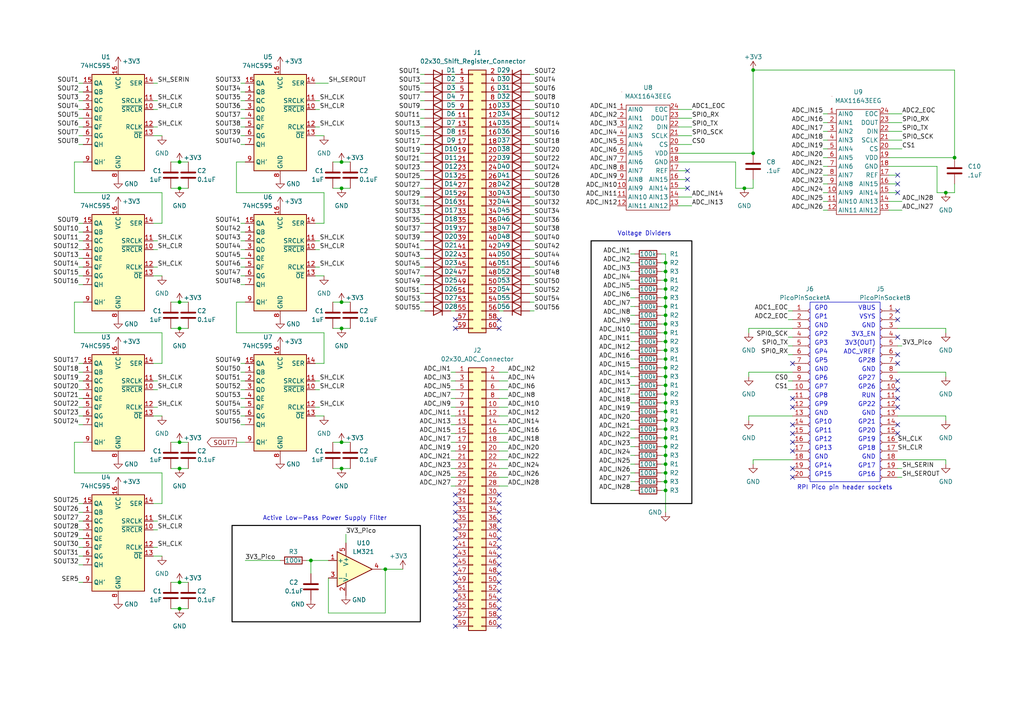
<source format=kicad_sch>
(kicad_sch (version 20230121) (generator eeschema)
  (paper "A4")
  (title_block (title "ECE406 Pressure Mat Interface PCB") (company "https://github.com/yoctometric/pressure-mat"))
  (junction (at 193.04 93.98))
  (junction (at 193.04 137.16))
  (junction (at 193.04 96.52))
  (junction (at 99.06 135.89))
  (junction (at 52.07 128.27))
  (junction (at 193.04 106.68))
  (junction (at 193.04 114.3))
  (junction (at 99.06 128.27))
  (junction (at 99.06 95.25))
  (junction (at 193.04 139.7))
  (junction (at 193.04 134.62))
  (junction (at 193.04 88.9))
  (junction (at 193.04 101.6))
  (junction (at 193.04 91.44))
  (junction (at 193.04 109.22))
  (junction (at 193.04 121.92))
  (junction (at 193.04 127))
  (junction (at 193.04 78.74))
  (junction (at 193.04 76.2))
  (junction (at 52.07 95.25))
  (junction (at 218.44 44.45))
  (junction (at 52.07 176.53))
  (junction (at 52.07 46.99))
  (junction (at 193.04 116.84))
  (junction (at 193.04 86.36))
  (junction (at 193.04 124.46))
  (junction (at 193.04 142.24))
  (junction (at 52.07 168.91))
  (junction (at 193.04 129.54))
  (junction (at 99.06 54.61))
  (junction (at 276.86 45.72))
  (junction (at 218.44 20.32))
  (junction (at 193.04 104.14))
  (junction (at 193.04 99.06))
  (junction (at 193.04 119.38))
  (junction (at 274.32 55.88))
  (junction (at 193.04 83.82))
  (junction (at 52.07 54.61))
  (junction (at 99.06 87.63))
  (junction (at 99.06 46.99))
  (junction (at 52.07 87.63))
  (junction (at 215.9 54.61))
  (junction (at 111.76 165.1))
  (junction (at 193.04 132.08))
  (junction (at 52.07 135.89))
  (junction (at 193.04 81.28))
  (junction (at 193.04 111.76))
  (junction (at 90.17 162.56))
  (no_connect (at 144.78 92.71))
  (no_connect (at 144.78 156.21))
  (no_connect (at 144.78 161.29))
  (no_connect (at 144.78 143.51))
  (no_connect (at 260.35 90.17))
  (no_connect (at 144.78 146.05))
  (no_connect (at 132.08 148.59))
  (no_connect (at 132.08 173.99))
  (no_connect (at 144.78 95.25))
  (no_connect (at 260.35 53.34))
  (no_connect (at 260.35 123.19))
  (no_connect (at 260.35 125.73))
  (no_connect (at 132.08 92.71))
  (no_connect (at 132.08 166.37))
  (no_connect (at 144.78 148.59))
  (no_connect (at 199.39 54.61))
  (no_connect (at 132.08 153.67))
  (no_connect (at 144.78 173.99))
  (no_connect (at 132.08 181.61))
  (no_connect (at 260.35 102.87))
  (no_connect (at 260.35 97.79))
  (no_connect (at 199.39 52.07))
  (no_connect (at 144.78 163.83))
  (no_connect (at 229.87 105.41))
  (no_connect (at 229.87 128.27))
  (no_connect (at 260.35 55.88))
  (no_connect (at 229.87 125.73))
  (no_connect (at 229.87 115.57))
  (no_connect (at 144.78 168.91))
  (no_connect (at 144.78 179.07))
  (no_connect (at 132.08 171.45))
  (no_connect (at 260.35 105.41))
  (no_connect (at 144.78 166.37))
  (no_connect (at 229.87 123.19))
  (no_connect (at 132.08 168.91))
  (no_connect (at 132.08 156.21))
  (no_connect (at 229.87 138.43))
  (no_connect (at 132.08 143.51))
  (no_connect (at 132.08 146.05))
  (no_connect (at 229.87 135.89))
  (no_connect (at 144.78 158.75))
  (no_connect (at 260.35 113.03))
  (no_connect (at 132.08 161.29))
  (no_connect (at 132.08 158.75))
  (no_connect (at 199.39 49.53))
  (no_connect (at 132.08 176.53))
  (no_connect (at 144.78 181.61))
  (no_connect (at 132.08 179.07))
  (no_connect (at 260.35 92.71))
  (no_connect (at 144.78 176.53))
  (no_connect (at 132.08 95.25))
  (no_connect (at 144.78 171.45))
  (no_connect (at 132.08 163.83))
  (no_connect (at 260.35 115.57))
  (no_connect (at 144.78 153.67))
  (no_connect (at 260.35 110.49))
  (no_connect (at 132.08 151.13))
  (no_connect (at 260.35 50.8))
  (no_connect (at 144.78 151.13))
  (no_connect (at 229.87 130.81))
  (no_connect (at 229.87 118.11))
  (no_connect (at 260.35 118.11))
  (wire (pts (xy 45.72 113.03) (xy 44.45 113.03)))
  (wire (pts (xy 99.06 128.27) (xy 101.6 128.27)))
  (wire (pts (xy 130.81 44.45) (xy 132.08 44.45)))
  (wire (pts (xy 146.05 59.69) (xy 144.78 59.69)))
  (wire (pts (xy 193.04 124.46) (xy 193.04 127)))
  (wire (pts (xy 44.45 110.49) (xy 45.72 110.49)))
  (wire (pts (xy 68.58 96.52) (xy 93.98 96.52)))
  (wire (pts (xy 144.78 107.95) (xy 147.32 107.95)))
  (wire (pts (xy 130.81 41.91) (xy 132.08 41.91)))
  (wire (pts (xy 191.77 86.36) (xy 193.04 86.36)))
  (wire (pts (xy 193.04 116.84) (xy 193.04 119.38)))
  (wire (pts (xy 200.66 34.29) (xy 196.85 34.29)))
  (wire (pts (xy 44.45 29.21) (xy 45.72 29.21)))
  (wire (pts (xy 238.76 45.72) (xy 240.03 45.72)))
  (wire (pts (xy 21.59 55.88) (xy 46.99 55.88)))
  (wire (pts (xy 193.04 91.44) (xy 193.04 93.98)))
  (wire (pts (xy 144.78 130.81) (xy 147.32 130.81)))
  (wire (pts (xy 274.32 121.92) (xy 274.32 120.65)))
  (wire (pts (xy 146.05 87.63) (xy 144.78 87.63)))
  (wire (pts (xy 69.85 113.03) (xy 71.12 113.03)))
  (wire (pts (xy 22.86 72.39) (xy 24.13 72.39)))
  (wire (pts (xy 52.07 95.25) (xy 49.53 95.25)))
  (wire (pts (xy 93.98 120.65) (xy 91.44 120.65)))
  (wire (pts (xy 191.77 104.14) (xy 193.04 104.14)))
  (wire (pts (xy 46.99 96.52) (xy 46.99 105.41)))
  (wire (pts (xy 44.45 69.85) (xy 45.72 69.85)))
  (wire (pts (xy 261.62 58.42) (xy 257.81 58.42)))
  (wire (pts (xy 191.77 91.44) (xy 193.04 91.44)))
  (wire (pts (xy 191.77 127) (xy 193.04 127)))
  (wire (pts (xy 130.81 123.19) (xy 132.08 123.19)))
  (wire (pts (xy 274.32 55.88) (xy 276.86 55.88)))
  (wire (pts (xy 217.17 96.52) (xy 217.17 95.25)))
  (wire (pts (xy 146.05 57.15) (xy 144.78 57.15)))
  (wire (pts (xy 52.07 54.61) (xy 54.61 54.61)))
  (wire (pts (xy 146.05 69.85) (xy 144.78 69.85)))
  (wire (pts (xy 261.62 38.1) (xy 257.81 38.1)))
  (wire (pts (xy 22.86 153.67) (xy 24.13 153.67)))
  (wire (pts (xy 121.92 67.31) (xy 123.19 67.31)))
  (wire (pts (xy 111.76 165.1) (xy 111.76 177.8)))
  (wire (pts (xy 22.86 64.77) (xy 24.13 64.77)))
  (wire (pts (xy 52.07 95.25) (xy 54.61 95.25)))
  (wire (pts (xy 121.92 31.75) (xy 123.19 31.75)))
  (wire (pts (xy 69.85 64.77) (xy 71.12 64.77)))
  (wire (pts (xy 130.81 130.81) (xy 132.08 130.81)))
  (wire (pts (xy 238.76 48.26) (xy 240.03 48.26)))
  (wire (pts (xy 228.6 97.79) (xy 229.87 97.79)))
  (wire (pts (xy 238.76 53.34) (xy 240.03 53.34)))
  (wire (pts (xy 182.88 86.36) (xy 184.15 86.36)))
  (wire (pts (xy 218.44 52.07) (xy 218.44 54.61)))
  (wire (pts (xy 44.45 36.83) (xy 45.72 36.83)))
  (wire (pts (xy 144.78 128.27) (xy 147.32 128.27)))
  (wire (pts (xy 182.88 83.82) (xy 184.15 83.82)))
  (wire (pts (xy 193.04 109.22) (xy 193.04 111.76)))
  (wire (pts (xy 274.32 120.65) (xy 260.35 120.65)))
  (wire (pts (xy 193.04 142.24) (xy 191.77 142.24)))
  (wire (pts (xy 193.04 132.08) (xy 193.04 134.62)))
  (wire (pts (xy 271.78 48.26) (xy 271.78 55.88)))
  (wire (pts (xy 182.88 132.08) (xy 184.15 132.08)))
  (wire (pts (xy 91.44 118.11) (xy 92.71 118.11)))
  (wire (pts (xy 191.77 119.38) (xy 193.04 119.38)))
  (wire (pts (xy 153.67 44.45) (xy 154.94 44.45)))
  (wire (pts (xy 218.44 134.62) (xy 218.44 133.35)))
  (wire (pts (xy 257.81 45.72) (xy 276.86 45.72)))
  (wire (pts (xy 69.85 72.39) (xy 71.12 72.39)))
  (wire (pts (xy 196.85 54.61) (xy 199.39 54.61)))
  (wire (pts (xy 130.81 62.23) (xy 132.08 62.23)))
  (wire (pts (xy 130.81 133.35) (xy 132.08 133.35)))
  (wire (pts (xy 182.88 93.98) (xy 184.15 93.98)))
  (wire (pts (xy 193.04 129.54) (xy 193.04 132.08)))
  (wire (pts (xy 95.25 167.64) (xy 95.25 177.8)))
  (wire (pts (xy 69.85 34.29) (xy 71.12 34.29)))
  (wire (pts (xy 69.85 24.13) (xy 71.12 24.13)))
  (wire (pts (xy 69.85 110.49) (xy 71.12 110.49)))
  (wire (pts (xy 130.81 59.69) (xy 132.08 59.69)))
  (wire (pts (xy 153.67 34.29) (xy 154.94 34.29)))
  (wire (pts (xy 99.06 87.63) (xy 101.6 87.63)))
  (wire (pts (xy 130.81 107.95) (xy 132.08 107.95)))
  (wire (pts (xy 153.67 77.47) (xy 154.94 77.47)))
  (wire (pts (xy 22.86 29.21) (xy 24.13 29.21)))
  (wire (pts (xy 274.32 134.62) (xy 274.32 133.35)))
  (wire (pts (xy 121.92 34.29) (xy 123.19 34.29)))
  (wire (pts (xy 228.6 100.33) (xy 229.87 100.33)))
  (wire (pts (xy 238.76 40.64) (xy 240.03 40.64)))
  (wire (pts (xy 130.81 140.97) (xy 132.08 140.97)))
  (wire (pts (xy 274.32 107.95) (xy 260.35 107.95)))
  (wire (pts (xy 191.77 124.46) (xy 193.04 124.46)))
  (wire (pts (xy 191.77 121.92) (xy 193.04 121.92)))
  (wire (pts (xy 68.58 55.88) (xy 93.98 55.88)))
  (wire (pts (xy 22.86 161.29) (xy 24.13 161.29)))
  (wire (pts (xy 121.92 39.37) (xy 123.19 39.37)))
  (wire (pts (xy 46.99 137.16) (xy 46.99 146.05)))
  (wire (pts (xy 153.67 72.39) (xy 154.94 72.39)))
  (wire (pts (xy 90.17 162.56) (xy 95.25 162.56)))
  (wire (pts (xy 146.05 39.37) (xy 144.78 39.37)))
  (wire (pts (xy 69.85 123.19) (xy 71.12 123.19)))
  (wire (pts (xy 193.04 96.52) (xy 193.04 99.06)))
  (wire (pts (xy 91.44 36.83) (xy 92.71 36.83)))
  (wire (pts (xy 200.66 39.37) (xy 196.85 39.37)))
  (wire (pts (xy 22.86 36.83) (xy 24.13 36.83)))
  (wire (pts (xy 22.86 151.13) (xy 24.13 151.13)))
  (wire (pts (xy 130.81 46.99) (xy 132.08 46.99)))
  (wire (pts (xy 238.76 50.8) (xy 240.03 50.8)))
  (wire (pts (xy 153.67 24.13) (xy 154.94 24.13)))
  (wire (pts (xy 144.78 115.57) (xy 147.32 115.57)))
  (wire (pts (xy 130.81 90.17) (xy 132.08 90.17)))
  (wire (pts (xy 93.98 96.52) (xy 93.98 105.41)))
  (wire (pts (xy 52.07 176.53) (xy 49.53 176.53)))
  (wire (pts (xy 182.88 124.46) (xy 184.15 124.46)))
  (wire (pts (xy 146.05 80.01) (xy 144.78 80.01)))
  (wire (pts (xy 146.05 34.29) (xy 144.78 34.29)))
  (wire (pts (xy 153.67 21.59) (xy 154.94 21.59)))
  (wire (pts (xy 69.85 69.85) (xy 71.12 69.85)))
  (wire (pts (xy 69.85 41.91) (xy 71.12 41.91)))
  (wire (pts (xy 228.6 92.71) (xy 229.87 92.71)))
  (wire (pts (xy 182.88 134.62) (xy 184.15 134.62)))
  (wire (pts (xy 130.81 57.15) (xy 132.08 57.15)))
  (wire (pts (xy 153.67 69.85) (xy 154.94 69.85)))
  (wire (pts (xy 93.98 80.01) (xy 91.44 80.01)))
  (wire (pts (xy 193.04 101.6) (xy 193.04 104.14)))
  (wire (pts (xy 182.88 81.28) (xy 184.15 81.28)))
  (wire (pts (xy 22.86 163.83) (xy 24.13 163.83)))
  (wire (pts (xy 217.17 107.95) (xy 229.87 107.95)))
  (wire (pts (xy 153.67 29.21) (xy 154.94 29.21)))
  (wire (pts (xy 21.59 87.63) (xy 21.59 96.52)))
  (wire (pts (xy 22.86 82.55) (xy 24.13 82.55)))
  (wire (pts (xy 153.67 36.83) (xy 154.94 36.83)))
  (wire (pts (xy 191.77 88.9) (xy 193.04 88.9)))
  (wire (pts (xy 69.85 105.41) (xy 71.12 105.41)))
  (wire (pts (xy 153.67 85.09) (xy 154.94 85.09)))
  (wire (pts (xy 191.77 114.3) (xy 193.04 114.3)))
  (wire (pts (xy 130.81 34.29) (xy 132.08 34.29)))
  (wire (pts (xy 52.07 176.53) (xy 54.61 176.53)))
  (wire (pts (xy 261.62 35.56) (xy 257.81 35.56)))
  (wire (pts (xy 271.78 55.88) (xy 274.32 55.88)))
  (wire (pts (xy 121.92 52.07) (xy 123.19 52.07)))
  (wire (pts (xy 93.98 105.41) (xy 91.44 105.41)))
  (wire (pts (xy 49.53 46.99) (xy 52.07 46.99)))
  (wire (pts (xy 99.06 46.99) (xy 101.6 46.99)))
  (wire (pts (xy 46.99 39.37) (xy 44.45 39.37)))
  (wire (pts (xy 146.05 64.77) (xy 144.78 64.77)))
  (wire (pts (xy 153.67 49.53) (xy 154.94 49.53)))
  (wire (pts (xy 228.6 90.17) (xy 229.87 90.17)))
  (wire (pts (xy 121.92 59.69) (xy 123.19 59.69)))
  (wire (pts (xy 130.81 82.55) (xy 132.08 82.55)))
  (wire (pts (xy 153.67 54.61) (xy 154.94 54.61)))
  (wire (pts (xy 99.06 135.89) (xy 96.52 135.89)))
  (wire (pts (xy 146.05 44.45) (xy 144.78 44.45)))
  (wire (pts (xy 191.77 139.7) (xy 193.04 139.7)))
  (wire (pts (xy 193.04 86.36) (xy 193.04 88.9)))
  (wire (pts (xy 52.07 128.27) (xy 54.61 128.27)))
  (wire (pts (xy 22.86 74.93) (xy 24.13 74.93)))
  (wire (pts (xy 22.86 34.29) (xy 24.13 34.29)))
  (wire (pts (xy 24.13 128.27) (xy 21.59 128.27)))
  (wire (pts (xy 182.88 73.66) (xy 184.15 73.66)))
  (wire (pts (xy 146.05 31.75) (xy 144.78 31.75)))
  (wire (pts (xy 213.36 54.61) (xy 215.9 54.61)))
  (wire (pts (xy 69.85 118.11) (xy 71.12 118.11)))
  (wire (pts (xy 130.81 125.73) (xy 132.08 125.73)))
  (wire (pts (xy 274.32 95.25) (xy 260.35 95.25)))
  (wire (pts (xy 146.05 41.91) (xy 144.78 41.91)))
  (wire (pts (xy 46.99 80.01) (xy 44.45 80.01)))
  (wire (pts (xy 193.04 76.2) (xy 193.04 78.74)))
  (wire (pts (xy 121.92 54.61) (xy 123.19 54.61)))
  (wire (pts (xy 191.77 132.08) (xy 193.04 132.08)))
  (wire (pts (xy 99.06 95.25) (xy 101.6 95.25)))
  (wire (pts (xy 146.05 85.09) (xy 144.78 85.09)))
  (wire (pts (xy 52.07 168.91) (xy 54.61 168.91)))
  (wire (pts (xy 153.67 52.07) (xy 154.94 52.07)))
  (wire (pts (xy 121.92 69.85) (xy 123.19 69.85)))
  (wire (pts (xy 69.85 39.37) (xy 71.12 39.37)))
  (wire (pts (xy 191.77 134.62) (xy 193.04 134.62)))
  (wire (pts (xy 144.78 110.49) (xy 147.32 110.49)))
  (wire (pts (xy 100.33 154.94) (xy 100.33 157.48)))
  (wire (pts (xy 182.88 88.9) (xy 184.15 88.9)))
  (wire (pts (xy 22.86 107.95) (xy 24.13 107.95)))
  (wire (pts (xy 238.76 33.02) (xy 240.03 33.02)))
  (wire (pts (xy 130.81 74.93) (xy 132.08 74.93)))
  (wire (pts (xy 69.85 80.01) (xy 71.12 80.01)))
  (wire (pts (xy 193.04 83.82) (xy 193.04 86.36)))
  (wire (pts (xy 218.44 20.32) (xy 276.86 20.32)))
  (wire (pts (xy 200.66 31.75) (xy 196.85 31.75)))
  (wire (pts (xy 130.81 120.65) (xy 132.08 120.65)))
  (wire (pts (xy 182.88 121.92) (xy 184.15 121.92)))
  (wire (pts (xy 44.45 146.05) (xy 46.99 146.05)))
  (wire (pts (xy 191.77 116.84) (xy 193.04 116.84)))
  (wire (pts (xy 69.85 26.67) (xy 71.12 26.67)))
  (wire (pts (xy 22.86 120.65) (xy 24.13 120.65)))
  (wire (pts (xy 184.15 106.68) (xy 182.88 106.68)))
  (wire (pts (xy 182.88 78.74) (xy 184.15 78.74)))
  (wire (pts (xy 146.05 72.39) (xy 144.78 72.39)))
  (wire (pts (xy 22.86 158.75) (xy 24.13 158.75)))
  (wire (pts (xy 130.81 128.27) (xy 132.08 128.27)))
  (wire (pts (xy 49.53 87.63) (xy 52.07 87.63)))
  (wire (pts (xy 182.88 99.06) (xy 184.15 99.06)))
  (wire (pts (xy 193.04 81.28) (xy 193.04 83.82)))
  (wire (pts (xy 261.62 138.43) (xy 260.35 138.43)))
  (wire (pts (xy 260.35 50.8) (xy 257.81 50.8)))
  (wire (pts (xy 21.59 46.99) (xy 21.59 55.88)))
  (wire (pts (xy 199.39 49.53) (xy 196.85 49.53)))
  (wire (pts (xy 93.98 39.37) (xy 91.44 39.37)))
  (wire (pts (xy 130.81 52.07) (xy 132.08 52.07)))
  (wire (pts (xy 99.06 135.89) (xy 101.6 135.89)))
  (wire (pts (xy 215.9 54.61) (xy 218.44 54.61)))
  (wire (pts (xy 130.81 135.89) (xy 132.08 135.89)))
  (wire (pts (xy 238.76 38.1) (xy 240.03 38.1)))
  (wire (pts (xy 191.77 101.6) (xy 193.04 101.6)))
  (wire (pts (xy 261.62 43.18) (xy 257.81 43.18)))
  (wire (pts (xy 238.76 58.42) (xy 240.03 58.42)))
  (wire (pts (xy 96.52 87.63) (xy 99.06 87.63)))
  (wire (pts (xy 153.67 74.93) (xy 154.94 74.93)))
  (wire (pts (xy 146.05 29.21) (xy 144.78 29.21)))
  (wire (pts (xy 92.71 72.39) (xy 91.44 72.39)))
  (wire (pts (xy 238.76 60.96) (xy 240.03 60.96)))
  (wire (pts (xy 46.99 120.65) (xy 44.45 120.65)))
  (wire (pts (xy 121.92 36.83) (xy 123.19 36.83)))
  (wire (pts (xy 110.49 165.1) (xy 111.76 165.1)))
  (wire (pts (xy 44.45 77.47) (xy 45.72 77.47)))
  (wire (pts (xy 69.85 67.31) (xy 71.12 67.31)))
  (wire (pts (xy 52.07 87.63) (xy 54.61 87.63)))
  (wire (pts (xy 52.07 54.61) (xy 49.53 54.61)))
  (wire (pts (xy 91.44 69.85) (xy 92.71 69.85)))
  (wire (pts (xy 130.81 49.53) (xy 132.08 49.53)))
  (wire (pts (xy 153.67 26.67) (xy 154.94 26.67)))
  (wire (pts (xy 196.85 44.45) (xy 218.44 44.45)))
  (wire (pts (xy 217.17 121.92) (xy 217.17 120.65)))
  (wire (pts (xy 193.04 137.16) (xy 193.04 139.7)))
  (wire (pts (xy 146.05 74.93) (xy 144.78 74.93)))
  (wire (pts (xy 22.86 67.31) (xy 24.13 67.31)))
  (wire (pts (xy 130.81 85.09) (xy 132.08 85.09)))
  (wire (pts (xy 144.78 138.43) (xy 147.32 138.43)))
  (wire (pts (xy 91.44 77.47) (xy 92.71 77.47)))
  (wire (pts (xy 22.86 77.47) (xy 24.13 77.47)))
  (wire (pts (xy 196.85 57.15) (xy 200.66 57.15)))
  (wire (pts (xy 52.07 135.89) (xy 49.53 135.89)))
  (wire (pts (xy 146.05 54.61) (xy 144.78 54.61)))
  (wire (pts (xy 193.04 114.3) (xy 193.04 116.84)))
  (wire (pts (xy 93.98 64.77) (xy 91.44 64.77)))
  (wire (pts (xy 238.76 43.18) (xy 240.03 43.18)))
  (wire (pts (xy 193.04 73.66) (xy 193.04 76.2)))
  (wire (pts (xy 276.86 55.88) (xy 276.86 53.34)))
  (wire (pts (xy 22.86 123.19) (xy 24.13 123.19)))
  (wire (pts (xy 193.04 93.98) (xy 193.04 96.52)))
  (wire (pts (xy 121.92 62.23) (xy 123.19 62.23)))
  (wire (pts (xy 22.86 31.75) (xy 24.13 31.75)))
  (wire (pts (xy 217.17 95.25) (xy 229.87 95.25)))
  (wire (pts (xy 68.58 87.63) (xy 71.12 87.63)))
  (wire (pts (xy 193.04 88.9) (xy 193.04 91.44)))
  (wire (pts (xy 121.92 46.99) (xy 123.19 46.99)))
  (wire (pts (xy 191.77 129.54) (xy 193.04 129.54)))
  (wire (pts (xy 228.6 113.03) (xy 229.87 113.03)))
  (wire (pts (xy 24.13 46.99) (xy 21.59 46.99)))
  (wire (pts (xy 69.85 29.21) (xy 71.12 29.21)))
  (wire (pts (xy 44.45 151.13) (xy 45.72 151.13)))
  (wire (pts (xy 130.81 31.75) (xy 132.08 31.75)))
  (wire (pts (xy 182.88 129.54) (xy 184.15 129.54)))
  (wire (pts (xy 22.86 110.49) (xy 24.13 110.49)))
  (wire (pts (xy 191.77 78.74) (xy 193.04 78.74)))
  (wire (pts (xy 191.77 111.76) (xy 193.04 111.76)))
  (wire (pts (xy 182.88 114.3) (xy 184.15 114.3)))
  (wire (pts (xy 146.05 49.53) (xy 144.78 49.53)))
  (wire (pts (xy 274.32 109.22) (xy 274.32 107.95)))
  (wire (pts (xy 22.86 146.05) (xy 24.13 146.05)))
  (wire (pts (xy 144.78 140.97) (xy 147.32 140.97)))
  (wire (pts (xy 22.86 39.37) (xy 24.13 39.37)))
  (wire (pts (xy 191.77 106.68) (xy 193.04 106.68)))
  (wire (pts (xy 49.53 128.27) (xy 52.07 128.27)))
  (wire (pts (xy 184.15 111.76) (xy 182.88 111.76)))
  (wire (pts (xy 153.67 62.23) (xy 154.94 62.23)))
  (wire (pts (xy 182.88 137.16) (xy 184.15 137.16)))
  (wire (pts (xy 260.35 53.34) (xy 257.81 53.34)))
  (wire (pts (xy 153.67 39.37) (xy 154.94 39.37)))
  (wire (pts (xy 182.88 91.44) (xy 184.15 91.44)))
  (wire (pts (xy 191.77 81.28) (xy 193.04 81.28)))
  (wire (pts (xy 96.52 128.27) (xy 99.06 128.27)))
  (wire (pts (xy 121.92 29.21) (xy 123.19 29.21)))
  (wire (pts (xy 121.92 57.15) (xy 123.19 57.15)))
  (wire (pts (xy 130.81 113.03) (xy 132.08 113.03)))
  (wire (pts (xy 121.92 49.53) (xy 123.19 49.53)))
  (wire (pts (xy 191.77 99.06) (xy 193.04 99.06)))
  (wire (pts (xy 146.05 46.99) (xy 144.78 46.99)))
  (wire (pts (xy 121.92 77.47) (xy 123.19 77.47)))
  (wire (pts (xy 22.86 113.03) (xy 24.13 113.03)))
  (wire (pts (xy 144.78 118.11) (xy 147.32 118.11)))
  (wire (pts (xy 193.04 78.74) (xy 193.04 81.28)))
  (wire (pts (xy 217.17 120.65) (xy 229.87 120.65)))
  (wire (pts (xy 146.05 90.17) (xy 144.78 90.17)))
  (wire (pts (xy 193.04 99.06) (xy 193.04 101.6)))
  (wire (pts (xy 153.67 41.91) (xy 154.94 41.91)))
  (wire (pts (xy 193.04 121.92) (xy 193.04 124.46)))
  (wire (pts (xy 121.92 24.13) (xy 123.19 24.13)))
  (wire (pts (xy 44.45 118.11) (xy 45.72 118.11)))
  (wire (pts (xy 22.86 168.91) (xy 24.13 168.91)))
  (wire (pts (xy 130.81 26.67) (xy 132.08 26.67)))
  (wire (pts (xy 111.76 165.1) (xy 116.84 165.1)))
  (wire (pts (xy 130.81 80.01) (xy 132.08 80.01)))
  (wire (pts (xy 22.86 115.57) (xy 24.13 115.57)))
  (wire (pts (xy 121.92 26.67) (xy 123.19 26.67)))
  (wire (pts (xy 144.78 133.35) (xy 147.32 133.35)))
  (wire (pts (xy 121.92 87.63) (xy 123.19 87.63)))
  (wire (pts (xy 184.15 109.22) (xy 182.88 109.22)))
  (wire (pts (xy 130.81 138.43) (xy 132.08 138.43)))
  (wire (pts (xy 153.67 59.69) (xy 154.94 59.69)))
  (wire (pts (xy 130.81 64.77) (xy 132.08 64.77)))
  (wire (pts (xy 92.71 113.03) (xy 91.44 113.03)))
  (wire (pts (xy 238.76 35.56) (xy 240.03 35.56)))
  (wire (pts (xy 121.92 64.77) (xy 123.19 64.77)))
  (wire (pts (xy 261.62 100.33) (xy 260.35 100.33)))
  (wire (pts (xy 22.86 26.67) (xy 24.13 26.67)))
  (wire (pts (xy 130.81 54.61) (xy 132.08 54.61)))
  (wire (pts (xy 99.06 54.61) (xy 96.52 54.61)))
  (wire (pts (xy 69.85 31.75) (xy 71.12 31.75)))
  (wire (pts (xy 153.67 64.77) (xy 154.94 64.77)))
  (wire (pts (xy 21.59 87.63) (xy 24.13 87.63)))
  (wire (pts (xy 22.86 80.01) (xy 24.13 80.01)))
  (wire (pts (xy 121.92 82.55) (xy 123.19 82.55)))
  (wire (pts (xy 146.05 82.55) (xy 144.78 82.55)))
  (wire (pts (xy 22.86 69.85) (xy 24.13 69.85)))
  (wire (pts (xy 276.86 45.72) (xy 276.86 20.32)))
  (wire (pts (xy 69.85 77.47) (xy 71.12 77.47)))
  (wire (pts (xy 21.59 128.27) (xy 21.59 137.16)))
  (wire (pts (xy 69.85 107.95) (xy 71.12 107.95)))
  (wire (pts (xy 217.17 107.95) (xy 217.17 109.22)))
  (wire (pts (xy 130.81 67.31) (xy 132.08 67.31)))
  (wire (pts (xy 121.92 90.17) (xy 123.19 90.17)))
  (wire (pts (xy 22.86 105.41) (xy 24.13 105.41)))
  (wire (pts (xy 121.92 41.91) (xy 123.19 41.91)))
  (wire (pts (xy 218.44 133.35) (xy 229.87 133.35)))
  (wire (pts (xy 130.81 69.85) (xy 132.08 69.85)))
  (wire (pts (xy 130.81 87.63) (xy 132.08 87.63)))
  (wire (pts (xy 182.88 116.84) (xy 184.15 116.84)))
  (wire (pts (xy 95.25 177.8) (xy 111.76 177.8)))
  (wire (pts (xy 22.86 41.91) (xy 24.13 41.91)))
  (wire (pts (xy 121.92 80.01) (xy 123.19 80.01)))
  (wire (pts (xy 261.62 60.96) (xy 257.81 60.96)))
  (wire (pts (xy 191.77 83.82) (xy 193.04 83.82)))
  (wire (pts (xy 130.81 21.59) (xy 132.08 21.59)))
  (wire (pts (xy 22.86 118.11) (xy 24.13 118.11)))
  (wire (pts (xy 99.06 95.25) (xy 96.52 95.25)))
  (wire (pts (xy 191.77 93.98) (xy 193.04 93.98)))
  (wire (pts (xy 191.77 137.16) (xy 193.04 137.16)))
  (wire (pts (xy 45.72 24.13) (xy 44.45 24.13)))
  (wire (pts (xy 196.85 52.07) (xy 199.39 52.07)))
  (wire (pts (xy 22.86 148.59) (xy 24.13 148.59)))
  (wire (pts (xy 146.05 21.59) (xy 144.78 21.59)))
  (wire (pts (xy 191.77 76.2) (xy 193.04 76.2)))
  (wire (pts (xy 153.67 31.75) (xy 154.94 31.75)))
  (wire (pts (xy 193.04 104.14) (xy 193.04 106.68)))
  (wire (pts (xy 45.72 72.39) (xy 44.45 72.39)))
  (wire (pts (xy 130.81 110.49) (xy 132.08 110.49)))
  (wire (pts (xy 238.76 55.88) (xy 240.03 55.88)))
  (wire (pts (xy 22.86 24.13) (xy 24.13 24.13)))
  (wire (pts (xy 121.92 21.59) (xy 123.19 21.59)))
  (wire (pts (xy 121.92 72.39) (xy 123.19 72.39)))
  (wire (pts (xy 44.45 158.75) (xy 45.72 158.75)))
  (wire (pts (xy 193.04 111.76) (xy 193.04 114.3)))
  (wire (pts (xy 196.85 59.69) (xy 200.66 59.69)))
  (wire (pts (xy 146.05 26.67) (xy 144.78 26.67)))
  (wire (pts (xy 92.71 31.75) (xy 91.44 31.75)))
  (wire (pts (xy 71.12 128.27) (xy 68.58 128.27)))
  (wire (pts (xy 260.35 55.88) (xy 257.81 55.88)))
  (wire (pts (xy 69.85 115.57) (xy 71.12 115.57)))
  (wire (pts (xy 91.44 29.21) (xy 92.71 29.21)))
  (wire (pts (xy 193.04 148.59) (xy 193.04 142.24)))
  (wire (pts (xy 146.05 36.83) (xy 144.78 36.83)))
  (wire (pts (xy 193.04 106.68) (xy 193.04 109.22)))
  (wire (pts (xy 99.06 54.61) (xy 101.6 54.61)))
  (wire (pts (xy 153.67 87.63) (xy 154.94 87.63)))
  (wire (pts (xy 193.04 127) (xy 193.04 129.54)))
  (wire (pts (xy 69.85 120.65) (xy 71.12 120.65)))
  (wire (pts (xy 46.99 64.77) (xy 44.45 64.77)))
  (wire (pts (xy 46.99 105.41) (xy 44.45 105.41)))
  (wire (pts (xy 182.88 119.38) (xy 184.15 119.38)))
  (wire (pts (xy 45.72 153.67) (xy 44.45 153.67)))
  (wire (pts (xy 69.85 74.93) (xy 71.12 74.93)))
  (wire (pts (xy 88.9 162.56) (xy 90.17 162.56)))
  (wire (pts (xy 228.6 102.87) (xy 229.87 102.87)))
  (wire (pts (xy 228.6 110.49) (xy 229.87 110.49)))
  (wire (pts (xy 153.67 57.15) (xy 154.94 57.15)))
  (wire (pts (xy 144.78 113.03) (xy 147.32 113.03)))
  (wire (pts (xy 52.07 46.99) (xy 54.61 46.99)))
  (wire (pts (xy 153.67 90.17) (xy 154.94 90.17)))
  (wire (pts (xy 144.78 123.19) (xy 147.32 123.19)))
  (wire (pts (xy 146.05 52.07) (xy 144.78 52.07)))
  (wire (pts (xy 121.92 85.09) (xy 123.19 85.09)))
  (wire (pts (xy 213.36 46.99) (xy 213.36 54.61)))
  (wire (pts (xy 130.81 29.21) (xy 132.08 29.21)))
  (wire (pts (xy 182.88 142.24) (xy 184.15 142.24)))
  (wire (pts (xy 182.88 127) (xy 184.15 127)))
  (wire (pts (xy 261.62 40.64) (xy 257.81 40.64)))
  (wire (pts (xy 153.67 67.31) (xy 154.94 67.31)))
  (wire (pts (xy 46.99 161.29) (xy 44.45 161.29)))
  (wire (pts (xy 261.62 33.02) (xy 257.81 33.02)))
  (wire (pts (xy 146.05 62.23) (xy 144.78 62.23)))
  (wire (pts (xy 46.99 55.88) (xy 46.99 64.77)))
  (wire (pts (xy 182.88 96.52) (xy 184.15 96.52)))
  (wire (pts (xy 21.59 137.16) (xy 46.99 137.16)))
  (wire (pts (xy 71.12 46.99) (xy 68.58 46.99)))
  (wire (pts (xy 182.88 139.7) (xy 184.15 139.7)))
  (wire (pts (xy 93.98 55.88) (xy 93.98 64.77)))
  (wire (pts (xy 191.77 73.66) (xy 193.04 73.66)))
  (wire (pts (xy 146.05 67.31) (xy 144.78 67.31)))
  (wire (pts (xy 193.04 134.62) (xy 193.04 137.16)))
  (wire (pts (xy 184.15 104.14) (xy 182.88 104.14)))
  (wire (pts (xy 193.04 139.7) (xy 193.04 142.24)))
  (wire (pts (xy 130.81 115.57) (xy 132.08 115.57)))
  (wire (pts (xy 200.66 36.83) (xy 196.85 36.83)))
  (wire (pts (xy 68.58 46.99) (xy 68.58 55.88)))
  (wire (pts (xy 144.78 120.65) (xy 147.32 120.65)))
  (wire (pts (xy 68.58 87.63) (xy 68.58 96.52)))
  (wire (pts (xy 153.67 82.55) (xy 154.94 82.55)))
  (wire (pts (xy 52.07 135.89) (xy 54.61 135.89)))
  (wire (pts (xy 69.85 36.83) (xy 71.12 36.83)))
  (wire (pts (xy 49.53 168.91) (xy 52.07 168.91)))
  (wire (pts (xy 200.66 41.91) (xy 196.85 41.91)))
  (wire (pts (xy 144.78 125.73) (xy 147.32 125.73)))
  (wire (pts (xy 21.59 96.52) (xy 46.99 96.52)))
  (wire (pts (xy 91.44 110.49) (xy 92.71 110.49)))
  (wire (pts (xy 69.85 82.55) (xy 71.12 82.55)))
  (wire (pts (xy 71.12 162.56) (xy 81.28 162.56)))
  (wire (pts (xy 196.85 46.99) (xy 213.36 46.99)))
  (wire (pts (xy 146.05 77.47) (xy 144.78 77.47)))
  (wire (pts (xy 130.81 72.39) (xy 132.08 72.39)))
  (wire (pts (xy 22.86 156.21) (xy 24.13 156.21)))
  (wire (pts (xy 130.81 36.83) (xy 132.08 36.83)))
  (wire (pts (xy 218.44 44.45) (xy 218.44 20.32)))
  (wire (pts (xy 130.81 118.11) (xy 132.08 118.11)))
  (wire (pts (xy 144.78 135.89) (xy 147.32 135.89)))
  (wire (pts (xy 96.52 46.99) (xy 99.06 46.99)))
  (wire (pts (xy 91.44 24.13) (xy 95.25 24.13)))
  (wire (pts (xy 257.81 48.26) (xy 271.78 48.26)))
  (wire (pts (xy 182.88 76.2) (xy 184.15 76.2)))
  (wire (pts (xy 45.72 31.75) (xy 44.45 31.75)))
  (wire (pts (xy 274.32 133.35) (xy 260.35 133.35)))
  (wire (pts (xy 90.17 162.56) (xy 90.17 166.37)))
  (wire (pts (xy 130.81 39.37) (xy 132.08 39.37)))
  (wire (pts (xy 193.04 119.38) (xy 193.04 121.92)))
  (wire (pts (xy 182.88 101.6) (xy 184.15 101.6)))
  (wire (pts (xy 261.62 135.89) (xy 260.35 135.89)))
  (wire (pts (xy 153.67 80.01) (xy 154.94 80.01)))
  (wire (pts (xy 130.81 24.13) (xy 132.08 24.13)))
  (wire (pts (xy 121.92 44.45) (xy 123.19 44.45)))
  (wire (pts (xy 274.32 96.52) (xy 274.32 95.25)))
  (wire (pts (xy 191.77 96.52) (xy 193.04 96.52)))
  (wire (pts (xy 191.77 109.22) (xy 193.04 109.22)))
  (wire (pts (xy 130.81 77.47) (xy 132.08 77.47)))
  (wire (pts (xy 146.05 24.13) (xy 144.78 24.13)))
  (wire (pts (xy 121.92 74.93) (xy 123.19 74.93)))
  (wire (pts (xy 153.67 46.99) (xy 154.94 46.99)))
  (rectangle (start 171.45 69.85) (end 200.66 146.05) (stroke (width 0.3) (color 0 0 0 1)))
  (rectangle (start 67.31 152.4) (end 121.92 180.34) (stroke (width 0.3) (color 0 0 0 1)))
  (rectangle (start 234.95 87.63) (end 255.27 139.7))
  (text "Voltage Dividers" (at 179.07 68.58 0) (effects (font (size 1.27 1.27)) (justify left bottom)))
  (text "GP4" (at 236.22 102.87 0) (effects (font (size 1.27 1.27)) (justify left bottom)))
  (text "GP13" (at 236.22 130.81 0) (effects (font (size 1.27 1.27)) (justify left bottom)))
  (text "3V3(OUT)\n" (at 254 100.33 0) (effects (font (size 1.27 1.27)) (justify right bottom)))
  (text "GP15" (at 236.22 138.43 0) (effects (font (size 1.27 1.27)) (justify left bottom)))
  (text "GP10" (at 236.22 123.19 0) (effects (font (size 1.27 1.27)) (justify left bottom)))
  (text "GP11" (at 236.22 125.73 0) (effects (font (size 1.27 1.27)) (justify left bottom)))
  (text "RUN" (at 254 115.57 0) (effects (font (size 1.27 1.27)) (justify right bottom)))
  (text "Active Low-Pass Power Supply Filter" (at 76.2 151.13 0) (effects (font (size 1.27 1.27)) (justify left bottom)))
  (text "GP14" (at 236.22 135.89 0) (effects (font (size 1.27 1.27)) (justify left bottom)))
  (text "GND" (at 254 107.95 0) (effects (font (size 1.27 1.27)) (justify right bottom)))
  (text "GP7" (at 236.22 113.03 0) (effects (font (size 1.27 1.27)) (justify left bottom)))
  (text "GP8" (at 236.22 115.57 0) (effects (font (size 1.27 1.27)) (justify left bottom)))
  (text "GND" (at 254 133.35 0) (effects (font (size 1.27 1.27)) (justify right bottom)))
  (text "GP0" (at 236.22 90.17 0) (effects (font (size 1.27 1.27)) (justify left bottom)))
  (text "GP3" (at 236.22 100.33 0) (effects (font (size 1.27 1.27)) (justify left bottom)))
  (text "GND" (at 254 120.65 0) (effects (font (size 1.27 1.27)) (justify right bottom)))
  (text "3V3_EN" (at 254 97.79 0) (effects (font (size 1.27 1.27)) (justify right bottom)))
  (text "GP21" (at 254 123.19 0) (effects (font (size 1.27 1.27)) (justify right bottom)))
  (text "GP27" (at 254 110.49 0) (effects (font (size 1.27 1.27)) (justify right bottom)))
  (text "VSYS" (at 254 92.71 0) (effects (font (size 1.27 1.27)) (justify right bottom)))
  (text "RPI Pico pin header sockets\n" (at 231.14 142.24 0) (effects (font (size 1.27 1.27)) (justify left bottom)))
  (text "GP1\n" (at 236.22 92.71 0) (effects (font (size 1.27 1.27)) (justify left bottom)))
  (text "VBUS" (at 254 90.17 0) (effects (font (size 1.27 1.27)) (justify right bottom)))
  (text "GP9" (at 236.22 118.11 0) (effects (font (size 1.27 1.27)) (justify left bottom)))
  (text "GP16" (at 254 138.43 0) (effects (font (size 1.27 1.27)) (justify right bottom)))
  (text "GP18" (at 254 130.81 0) (effects (font (size 1.27 1.27)) (justify right bottom)))
  (text "GND\n" (at 236.22 133.35 0) (effects (font (size 1.27 1.27)) (justify left bottom)))
  (text "GP20\n" (at 254 125.73 0) (effects (font (size 1.27 1.27)) (justify right bottom)))
  (text "GP12" (at 236.22 128.27 0) (effects (font (size 1.27 1.27)) (justify left bottom)))
  (text "GND\n" (at 236.22 107.95 0) (effects (font (size 1.27 1.27)) (justify left bottom)))
  (text "GP22" (at 254 118.11 0) (effects (font (size 1.27 1.27)) (justify right bottom)))
  (text "GP17" (at 254 135.89 0) (effects (font (size 1.27 1.27)) (justify right bottom)))
  (text "GND" (at 236.22 95.25 0) (effects (font (size 1.27 1.27)) (justify left bottom)))
  (text "GP5" (at 236.22 105.41 0) (effects (font (size 1.27 1.27)) (justify left bottom)))
  (text "GND" (at 254 95.25 0) (effects (font (size 1.27 1.27)) (justify right bottom)))
  (text "ADC_VREF" (at 254 102.87 0) (effects (font (size 1.27 1.27)) (justify right bottom)))
  (text "GP6" (at 236.22 110.49 0) (effects (font (size 1.27 1.27)) (justify left bottom)))
  (text "GND" (at 236.22 120.65 0) (effects (font (size 1.27 1.27)) (justify left bottom)))
  (text "GP26" (at 254 113.03 0) (effects (font (size 1.27 1.27)) (justify right bottom)))
  (text "GP28" (at 254 105.41 0) (effects (font (size 1.27 1.27)) (justify right bottom)))
  (text "GP2" (at 236.22 97.79 0) (effects (font (size 1.27 1.27)) (justify left bottom)))
  (text "GP19" (at 254 128.27 0) (effects (font (size 1.27 1.27)) (justify right bottom)))
  (label "SOUT45" (at 69.85 74.93 180))
  (label "SOUT12" (at 154.94 34.29 0))
  (label "SOUT50" (at 69.85 107.95 180))
  (label "SOUT46" (at 154.94 77.47 0))
  (label "SH_SERIN" (at 261.62 135.89 0))
  (label "ADC_IN22" (at 147.32 133.35 0))
  (label "ADC_IN7" (at 182.88 88.9 180))
  (label "ADC_IN12" (at 182.88 101.6 180))
  (label "SH_CLK" (at 45.72 36.83 0))
  (label "ADC_IN19" (at 238.76 43.18 180))
  (label "SOUT11" (at 22.86 69.85 180))
  (label "ADC_IN4" (at 182.88 81.28 180))
  (label "SH_CLR" (at 92.71 72.39 0))
  (label "SOUT43" (at 121.92 74.93 180))
  (label "SOUT44" (at 69.85 72.39 180))
  (label "SH_CLK" (at 92.71 36.83 0))
  (label "3V3_Pico" (at 261.62 100.33 0))
  (label "SOUT7" (at 22.86 39.37 180))
  (label "SER5" (at 22.86 168.91 180))
  (label "SOUT55" (at 69.85 120.65 180))
  (label "SOUT10" (at 154.94 31.75 0))
  (label "SOUT56" (at 154.94 90.17 0))
  (label "SPI0_TX" (at 228.6 100.33 180))
  (label "ADC_IN16" (at 182.88 104.14 180))
  (label "ADC_IN4" (at 179.07 39.37 180))
  (label "SOUT13" (at 22.86 74.93 180))
  (label "ADC_IN14" (at 182.88 109.22 180))
  (label "ADC_IN3" (at 182.88 78.74 180))
  (label "ADC_IN21" (at 182.88 124.46 180))
  (label "ADC_IN2" (at 182.88 76.2 180))
  (label "SOUT33" (at 69.85 24.13 180))
  (label "SH_CLK" (at 92.71 118.11 0))
  (label "SPI0_SCK" (at 228.6 97.79 180))
  (label "SOUT1" (at 121.92 21.59 180))
  (label "SOUT35" (at 69.85 29.21 180))
  (label "SOUT15" (at 121.92 39.37 180))
  (label "SOUT36" (at 154.94 64.77 0))
  (label "SH_CLK" (at 45.72 118.11 0))
  (label "SOUT54" (at 154.94 87.63 0))
  (label "ADC_IN18" (at 238.76 40.64 180))
  (label "SOUT5" (at 121.92 26.67 180))
  (label "ADC_IN1" (at 179.07 31.75 180))
  (label "ADC_IN28" (at 182.88 142.24 180))
  (label "ADC_IN13" (at 182.88 111.76 180))
  (label "ADC1_EOC" (at 228.6 90.17 180))
  (label "ADC_IN8" (at 179.07 49.53 180))
  (label "ADC_IN28" (at 261.62 58.42 0))
  (label "ADC_IN23" (at 238.76 53.34 180))
  (label "SOUT41" (at 69.85 64.77 180))
  (label "SOUT27" (at 22.86 151.13 180))
  (label "SOUT30" (at 22.86 158.75 180))
  (label "ADC_IN22" (at 238.76 50.8 180))
  (label "SOUT36" (at 69.85 31.75 180))
  (label "SOUT8" (at 22.86 41.91 180))
  (label "SPI0_SCK" (at 261.62 40.64 0))
  (label "SOUT12" (at 22.86 72.39 180))
  (label "ADC_IN16" (at 147.32 125.73 0))
  (label "SOUT28" (at 22.86 153.67 180))
  (label "ADC_IN15" (at 130.81 125.73 180))
  (label "ADC_IN5" (at 130.81 113.03 180))
  (label "ADC_IN26" (at 182.88 137.16 180))
  (label "ADC_IN21" (at 130.81 133.35 180))
  (label "SPI0_TX" (at 200.66 36.83 0))
  (label "SOUT34" (at 69.85 26.67 180))
  (label "SOUT42" (at 69.85 67.31 180))
  (label "SOUT10" (at 22.86 67.31 180))
  (label "SH_CLR" (at 92.71 113.03 0))
  (label "ADC_IN9" (at 179.07 52.07 180))
  (label "SOUT53" (at 121.92 87.63 180))
  (label "ADC_IN6" (at 182.88 86.36 180))
  (label "SOUT41" (at 121.92 72.39 180))
  (label "SOUT33" (at 121.92 62.23 180))
  (label "SOUT6" (at 22.86 36.83 180))
  (label "ADC_IN21" (at 238.76 48.26 180))
  (label "SOUT54" (at 69.85 118.11 180))
  (label "SOUT29" (at 121.92 57.15 180))
  (label "SH_CLK" (at 45.72 29.21 0))
  (label "ADC_IN10" (at 182.88 96.52 180))
  (label "ADC_IN5" (at 182.88 83.82 180))
  (label "ADC_IN17" (at 238.76 38.1 180))
  (label "SOUT31" (at 121.92 59.69 180))
  (label "SOUT38" (at 69.85 36.83 180))
  (label "SOUT44" (at 154.94 74.93 0))
  (label "SOUT56" (at 69.85 123.19 180))
  (label "ADC_IN23" (at 182.88 129.54 180))
  (label "ADC_IN28" (at 147.32 140.97 0))
  (label "ADC_IN26" (at 238.76 60.96 180))
  (label "SOUT47" (at 121.92 80.01 180))
  (label "SOUT52" (at 154.94 85.09 0))
  (label "SOUT46" (at 69.85 77.47 180))
  (label "SOUT22" (at 154.94 46.99 0))
  (label "SOUT9" (at 22.86 64.77 180))
  (label "ADC_IN9" (at 130.81 118.11 180))
  (label "SOUT13" (at 121.92 36.83 180))
  (label "SOUT2" (at 22.86 26.67 180))
  (label "SOUT17" (at 121.92 41.91 180))
  (label "SH_CLK" (at 45.72 69.85 0))
  (label "SOUT18" (at 22.86 107.95 180))
  (label "ADC_IN11" (at 179.07 57.15 180))
  (label "3V3_Pico" (at 71.12 162.56 0))
  (label "ADC_IN14" (at 200.66 57.15 0))
  (label "ADC_IN13" (at 200.66 59.69 0))
  (label "ADC_IN18" (at 147.32 128.27 0))
  (label "SOUT45" (at 121.92 77.47 180))
  (label "SOUT24" (at 22.86 123.19 180))
  (label "SOUT23" (at 22.86 120.65 180))
  (label "ADC_IN11" (at 130.81 120.65 180))
  (label "SOUT19" (at 22.86 110.49 180))
  (label "ADC_IN2" (at 147.32 107.95 0))
  (label "SH_SEROUT" (at 261.62 138.43 0))
  (label "CS1" (at 228.6 113.03 180))
  (label "SPI0_RX" (at 261.62 35.56 0))
  (label "SH_SERIN" (at 45.72 24.13 0))
  (label "SH_CLK" (at 92.71 77.47 0))
  (label "ADC_IN10" (at 179.07 54.61 180))
  (label "SOUT18" (at 154.94 41.91 0))
  (label "ADC_IN3" (at 130.81 110.49 180))
  (label "SOUT9" (at 121.92 31.75 180))
  (label "SH_CLK" (at 45.72 110.49 0))
  (label "SOUT52" (at 69.85 113.03 180))
  (label "SOUT7" (at 121.92 29.21 180))
  (label "SOUT35" (at 121.92 64.77 180))
  (label "SH_CLR" (at 92.71 31.75 0))
  (label "ADC_IN1" (at 130.81 107.95 180))
  (label "SOUT55" (at 121.92 90.17 180))
  (label "ADC_IN10" (at 147.32 118.11 0))
  (label "SOUT28" (at 154.94 54.61 0))
  (label "ADC_IN20" (at 238.76 45.72 180))
  (label "ADC_IN8" (at 182.88 91.44 180))
  (label "SOUT53" (at 69.85 115.57 180))
  (label "SOUT6" (at 154.94 26.67 0))
  (label "SH_CLR" (at 45.72 113.03 0))
  (label "ADC2_EOC" (at 261.62 33.02 0))
  (label "SOUT1" (at 22.86 24.13 180))
  (label "SOUT22" (at 22.86 118.11 180))
  (label "SOUT26" (at 22.86 148.59 180))
  (label "SOUT21" (at 22.86 115.57 180))
  (label "ADC_IN8" (at 147.32 115.57 0))
  (label "ADC_IN3" (at 179.07 36.83 180))
  (label "SOUT51" (at 121.92 85.09 180))
  (label "SOUT20" (at 22.86 113.03 180))
  (label "SOUT40" (at 69.85 41.91 180))
  (label "ADC_IN19" (at 182.88 119.38 180))
  (label "ADC_IN27" (at 182.88 139.7 180))
  (label "SOUT23" (at 121.92 49.53 180))
  (label "SOUT19" (at 121.92 44.45 180))
  (label "SOUT26" (at 154.94 52.07 0))
  (label "SOUT5" (at 22.86 34.29 180))
  (label "SOUT47" (at 69.85 80.01 180))
  (label "SOUT14" (at 22.86 77.47 180))
  (label "ADC_IN22" (at 182.88 127 180))
  (label "SH_CLR" (at 45.72 153.67 0))
  (label "SOUT51" (at 69.85 110.49 180))
  (label "ADC_IN27" (at 261.62 60.96 0))
  (label "SH_CLR" (at 45.72 31.75 0))
  (label "ADC_IN24" (at 238.76 55.88 180))
  (label "SOUT34" (at 154.94 62.23 0))
  (label "SOUT20" (at 154.94 44.45 0))
  (label "SOUT40" (at 154.94 69.85 0))
  (label "SH_CLK" (at 92.71 69.85 0))
  (label "SH_CLR" (at 260.35 130.81 0))
  (label "SOUT38" (at 154.94 67.31 0))
  (label "ADC_IN12" (at 147.32 120.65 0))
  (label "ADC_IN18" (at 182.88 116.84 180))
  (label "ADC_IN6" (at 179.07 44.45 180))
  (label "ADC_IN24" (at 147.32 135.89 0))
  (label "ADC_IN2" (at 179.07 34.29 180))
  (label "SOUT27" (at 121.92 54.61 180))
  (label "ADC_IN20" (at 147.32 130.81 0))
  (label "SOUT31" (at 22.86 161.29 180))
  (label "SOUT25" (at 22.86 146.05 180))
  (label "SOUT16" (at 22.86 82.55 180))
  (label "SOUT39" (at 69.85 39.37 180))
  (label "ADC_IN15" (at 238.76 33.02 180))
  (label "SOUT48" (at 69.85 82.55 180))
  (label "ADC_IN23" (at 130.81 135.89 180))
  (label "SOUT4" (at 154.94 24.13 0))
  (label "SH_SEROUT" (at 95.25 24.13 0))
  (label "ADC_IN1" (at 182.88 73.66 180))
  (label "SOUT25" (at 121.92 52.07 180))
  (label "SOUT39" (at 121.92 69.85 180))
  (label "SOUT48" (at 154.94 80.01 0))
  (label "SPI0_TX" (at 261.62 38.1 0))
  (label "ADC_IN25" (at 182.88 134.62 180))
  (label "SOUT15" (at 22.86 80.01 180))
  (label "SOUT49" (at 121.92 82.55 180))
  (label "SOUT42" (at 154.94 72.39 0))
  (label "ADC_IN19" (at 130.81 130.81 180))
  (label "SOUT8" (at 154.94 29.21 0))
  (label "SH_CLK" (at 260.35 128.27 0))
  (label "CS1" (at 261.62 43.18 0))
  (label "SPI0_RX" (at 228.6 102.87 180))
  (label "ADC_IN7" (at 130.81 115.57 180))
  (label "ADC_IN7" (at 179.07 46.99 180))
  (label "CS0" (at 200.66 41.91 0))
  (label "ADC2_EOC" (at 228.6 92.71 180))
  (label "SOUT4" (at 22.86 31.75 180))
  (label "CS0" (at 228.6 110.49 180))
  (label "ADC_IN20" (at 182.88 121.92 180))
  (label "3V3_Pico" (at 100.33 154.94 0))
  (label "SOUT43" (at 69.85 69.85 180))
  (label "SOUT50" (at 154.94 82.55 0))
  (label "SH_CLK" (at 45.72 77.47 0))
  (label "SH_CLK" (at 92.71 29.21 0))
  (label "SOUT3" (at 22.86 29.21 180))
  (label "SOUT16" (at 154.94 39.37 0))
  (label "SOUT37" (at 121.92 67.31 180))
  (label "ADC_IN9" (at 182.88 93.98 180))
  (label "SH_CLR" (at 45.72 72.39 0))
  (label "ADC_IN14" (at 147.32 123.19 0))
  (label "SOUT21" (at 121.92 46.99 180))
  (label "SOUT3" (at 121.92 24.13 180))
  (label "SOUT14" (at 154.94 36.83 0))
  (label "ADC_IN17" (at 130.81 128.27 180))
  (label "SOUT32" (at 154.94 59.69 0))
  (label "SOUT11" (at 121.92 34.29 180))
  (label "ADC_IN5" (at 179.07 41.91 180))
  (label "ADC_IN25" (at 130.81 138.43 180))
  (label "SOUT24" (at 154.94 49.53 0))
  (label "SOUT29" (at 22.86 156.21 180))
  (label "SOUT30" (at 154.94 57.15 0))
  (label "SOUT32" (at 22.86 163.83 180))
  (label "ADC_IN16" (at 238.76 35.56 180))
  (label "ADC_IN11" (at 182.88 99.06 180))
  (label "ADC_IN4" (at 147.32 110.49 0))
  (label "SH_CLK" (at 45.72 158.75 0))
  (label "SOUT37" (at 69.85 34.29 180))
  (label "SPI0_SCK" (at 200.66 39.37 0))
  (label "ADC_IN24" (at 182.88 132.08 180))
  (label "SOUT2" (at 154.94 21.59 0))
  (label "ADC_IN12" (at 179.07 59.69 180))
  (label "SH_CLK" (at 45.72 151.13 0))
  (label "ADC_IN6" (at 147.32 113.03 0))
  (label "ADC_IN13" (at 130.81 123.19 180))
  (label "ADC_IN17" (at 182.88 114.3 180))
  (label "ADC_IN15" (at 182.88 106.68 180))
  (label "SOUT17" (at 22.86 105.41 180))
  (label "ADC_IN27" (at 130.81 140.97 180))
  (label "ADC1_EOC" (at 200.66 31.75 0))
  (label "SOUT49" (at 69.85 105.41 180))
  (label "SH_CLK" (at 92.71 110.49 0))
  (label "SPI0_RX" (at 200.66 34.29 0))
  (label "ADC_IN25" (at 238.76 58.42 180))
  (label "ADC_IN26" (at 147.32 138.43 0))
  (global_label "SOUT7" (shape output) (at 68.58 128.27 180) (property "Intersheetrefs" "${INTERSHEET_REFS}" (effects hide)))
  (symbol (lib_id "power:+3V3") (at 34.29 140.97 0) (unit 1)
    (property "Reference" "#PWR02" (effects hide))
    (property "Value" "+3V3" (at 38.1 139.7 0))
    (instances (project "PCB_final" (path "" (reference "#PWR02") (unit 1)) (path "" (reference "#PWR046") (unit 1))))
  )
  (symbol (lib_id "Device:C") (at 90.17 170.18 0) (unit 1)
    (property "Reference" "C2" (at 83.82 168.91 0) (effects (justify left)))
    (property "Value" "0.1uF" (at 82.55 171.45 0) (effects (justify left)))
    (instances (project "PCB_final" (path "" (reference "C2") (unit 1)) (path "" (reference "C17") (unit 1))))
  )
  (symbol (lib_id "Diode:MMSD4148") (at 149.86 26.67 0) (mirror x) (unit 1)
    (property "Reference" "D31" (at 146.05 25.4 0))
    (property "Value" "MMSD4148" (effects hide))
    (property "Footprint" "Diode_SMD:D_SOD-123" (effects hide))
    (property "Datasheet" "https://www.onsemi.com/pub/Collateral/MMSD4148T1-D.PDF" (effects hide))
    (property "Sim.Device" "D" (effects hide))
    (property "Sim.Pins" "1=K 2=A" (effects hide))
  )
  (symbol (lib_id "Diode:MMSD4148") (at 127 67.31 180) (unit 1)
    (property "Reference" "D19" (at 130.81 66.04 0))
    (property "Value" "MMSD4148" (effects hide))
    (property "Footprint" "Diode_SMD:D_SOD-123" (effects hide))
    (property "Datasheet" "https://www.onsemi.com/pub/Collateral/MMSD4148T1-D.PDF" (effects hide))
    (property "Sim.Device" "D" (effects hide))
    (property "Sim.Pins" "1=K 2=A" (effects hide))
  )
  (symbol (lib_id "Device:C") (at 96.52 50.8 0) (mirror y) (unit 1)
    (property "Reference" "C1" (at 93.98 49.53 0) (effects (justify left)))
    (property "Value" "1uF" (at 93.98 52.07 0) (effects (justify left)))
    (instances (project "PCB_final" (path "" (reference "C1") (unit 1)) (path "" (reference "C9") (unit 1))))
  )
  (symbol (lib_id "power:GND") (at 90.17 173.99 0) (unit 1)
    (property "Reference" "#PWR01" (effects hide))
    (property "Value" "GND" (at 86.36 175.26 0))
    (instances (project "PCB_final" (path "" (reference "#PWR01") (unit 1)) (path "" (reference "#PWR014") (unit 1))))
  )
  (symbol (lib_id "Device:C") (at 54.61 172.72 0) (unit 1)
    (property "Reference" "C2" (at 57.15 171.45 0) (effects (justify left)))
    (property "Value" "0.1uF" (at 57.15 173.99 0) (effects (justify left)))
    (instances (project "PCB_final" (path "" (reference "C2") (unit 1)) (path "" (reference "C8") (unit 1))))
  )
  (symbol (lib_id "Device:R") (at 187.96 91.44 90) (unit 1)
    (property "Reference" "R2" (at 195.58 91.44 90))
    (property "Value" "100k" (at 187.96 91.44 90))
    (instances (project "PCB_final" (path "" (reference "R2") (unit 1)) (path "" (reference "R8") (unit 1))))
  )
  (symbol (lib_id "Device:C") (at 218.44 48.26 0) (unit 1)
    (property "Reference" "C8" (at 222.25 46.99 0) (effects (justify left)))
    (property "Value" ".1uF" (at 222.25 49.53 0) (effects (justify left)))
    (instances (project "PCB_final" (path "" (reference "C8") (unit 1)) (path "" (reference "C15") (unit 1))))
  )
  (symbol (lib_id "Device:R") (at 187.96 116.84 90) (unit 1)
    (property "Reference" "R3" (at 195.58 116.84 90))
    (property "Value" "100k" (at 187.96 116.84 90))
    (instances (project "PCB_final" (path "" (reference "R3") (unit 1)) (path "" (reference "R18") (unit 1))))
  )
  (symbol (lib_id "Diode:MMSD4148") (at 127 29.21 180) (unit 1)
    (property "Reference" "D4" (at 130.81 27.94 0))
    (property "Value" "MMSD4148" (effects hide))
    (property "Footprint" "Diode_SMD:D_SOD-123" (effects hide))
    (property "Datasheet" "https://www.onsemi.com/pub/Collateral/MMSD4148T1-D.PDF" (effects hide))
    (property "Sim.Device" "D" (effects hide))
    (property "Sim.Pins" "1=K 2=A" (effects hide))
  )
  (symbol (lib_id "power:GND") (at 99.06 54.61 0) (unit 1)
    (property "Reference" "#PWR01" (effects hide))
    (property "Value" "GND" (at 99.06 59.69 0))
    (instances (project "PCB_final" (path "" (reference "#PWR01") (unit 1)) (path "" (reference "#PWR07") (unit 1))))
  )
  (symbol (lib_id "Diode:MMSD4148") (at 127 80.01 180) (unit 1)
    (property "Reference" "D24" (at 130.81 78.74 0))
    (property "Value" "MMSD4148" (effects hide))
    (property "Footprint" "Diode_SMD:D_SOD-123" (effects hide))
    (property "Datasheet" "https://www.onsemi.com/pub/Collateral/MMSD4148T1-D.PDF" (effects hide))
    (property "Sim.Device" "D" (effects hide))
    (property "Sim.Pins" "1=K 2=A" (effects hide))
  )
  (symbol (lib_id "Diode:MMSD4148") (at 149.86 64.77 0) (mirror x) (unit 1)
    (property "Reference" "D46" (at 146.05 63.5 0))
    (property "Value" "MMSD4148" (effects hide))
    (property "Footprint" "Diode_SMD:D_SOD-123" (effects hide))
    (property "Datasheet" "https://www.onsemi.com/pub/Collateral/MMSD4148T1-D.PDF" (effects hide))
    (property "Sim.Device" "D" (effects hide))
    (property "Sim.Pins" "1=K 2=A" (effects hide))
  )
  (symbol (lib_id "Device:R") (at 187.96 121.92 90) (unit 1)
    (property "Reference" "R2" (at 195.58 121.92 90))
    (property "Value" "100k" (at 187.96 121.92 90))
    (instances (project "PCB_final" (path "" (reference "R2") (unit 1)) (path "" (reference "R20") (unit 1))))
  )
  (symbol (lib_id "power:GND") (at 218.44 134.62 0) (unit 1)
    (property "Reference" "#PWR024" (effects hide))
    (property "Value" "GND" (at 218.44 139.7 0))
  )
  (symbol (lib_id "power:GND") (at 52.07 95.25 0) (unit 1)
    (property "Reference" "#PWR01" (effects hide))
    (property "Value" "GND" (at 52.07 100.33 0))
    (instances (project "PCB_final" (path "" (reference "#PWR01") (unit 1)) (path "" (reference "#PWR03") (unit 1))))
  )
  (symbol (lib_id "74xx:74HC595") (at 34.29 115.57 0) (mirror y) (unit 1)
    (property "Reference" "U3" (at 32.0959 97.79 0) (effects (justify left)))
    (property "Value" "74HC595" (at 32.0959 100.33 0) (effects (justify left)))
    (property "Datasheet" "http://www.ti.com/lit/ds/symlink/sn74hc595.pdf" (effects hide))
  )
  (symbol (lib_id "power:+3V3") (at 81.28 19.05 0) (unit 1)
    (property "Reference" "#PWR02" (effects hide))
    (property "Value" "+3V3" (at 85.09 17.78 0))
    (instances (project "PCB_final" (path "" (reference "#PWR02") (unit 1)) (path "" (reference "#PWR059") (unit 1))))
  )
  (symbol (lib_id "Diode:MMSD4148") (at 149.86 49.53 0) (mirror x) (unit 1)
    (property "Reference" "D40" (at 146.05 48.26 0))
    (property "Value" "MMSD4148" (effects hide))
    (property "Footprint" "Diode_SMD:D_SOD-123" (effects hide))
    (property "Datasheet" "https://www.onsemi.com/pub/Collateral/MMSD4148T1-D.PDF" (effects hide))
    (property "Sim.Device" "D" (effects hide))
    (property "Sim.Pins" "1=K 2=A" (effects hide))
  )
  (symbol (lib_id "power:+3V3") (at 52.07 168.91 0) (unit 1)
    (property "Reference" "#PWR02" (effects hide))
    (property "Value" "+3V3" (at 55.88 167.64 0))
    (instances (project "PCB_final" (path "" (reference "#PWR02") (unit 1)) (path "" (reference "#PWR050") (unit 1))))
  )
  (symbol (lib_id "Device:R") (at 187.96 83.82 90) (unit 1)
    (property "Reference" "R2" (at 195.58 83.82 90))
    (property "Value" "100k" (at 187.96 83.82 90))
    (instances (project "PCB_final" (path "" (reference "R2") (unit 1)) (path "" (reference "R5") (unit 1))))
  )
  (symbol (lib_id "Device:R") (at 187.96 86.36 90) (unit 1)
    (property "Reference" "R3" (at 195.58 86.36 90))
    (property "Value" "100k" (at 187.96 86.36 90))
    (instances (project "PCB_final" (path "" (reference "R3") (unit 1)) (path "" (reference "R6") (unit 1))))
  )
  (symbol (lib_id "Diode:MMSD4148") (at 127 21.59 180) (unit 1)
    (property "Reference" "D1" (at 130.81 20.32 0))
    (property "Value" "MMSD4148" (effects hide))
    (property "Footprint" "Diode_SMD:D_SOD-123" (effects hide))
    (property "Datasheet" "https://www.onsemi.com/pub/Collateral/MMSD4148T1-D.PDF" (effects hide))
    (property "Sim.Device" "D" (effects hide))
    (property "Sim.Pins" "1=K 2=A" (effects hide))
  )
  (symbol (lib_id "power:+3V3") (at 218.44 20.32 0) (unit 1)
    (property "Reference" "#PWR09" (effects hide))
    (property "Value" "+3V3" (at 218.44 16.51 0))
    (instances (project "PCB_final" (path "" (reference "#PWR09") (unit 1)) (path "" (reference "#PWR011") (unit 1))))
  )
  (symbol (lib_id "power:GND") (at 193.04 148.59 0) (unit 1)
    (property "Reference" "#PWR011" (effects hide))
    (property "Value" "GND" (at 187.96 148.59 0) (effects (justify left)))
    (instances (project "PCB_final" (path "" (reference "#PWR011") (unit 1)) (path "" (reference "#PWR012") (unit 1))))
  )
  (symbol (lib_id "power:+3V3") (at 81.28 100.33 0) (unit 1)
    (property "Reference" "#PWR02" (effects hide))
    (property "Value" "+3V3" (at 85.09 99.06 0))
    (instances (project "PCB_final" (path "" (reference "#PWR02") (unit 1)) (path "" (reference "#PWR055") (unit 1))))
  )
  (symbol (lib_id "Diode:MMSD4148") (at 127 77.47 180) (unit 1)
    (property "Reference" "D23" (at 130.81 76.2 0))
    (property "Value" "MMSD4148" (effects hide))
    (property "Footprint" "Diode_SMD:D_SOD-123" (effects hide))
    (property "Datasheet" "https://www.onsemi.com/pub/Collateral/MMSD4148T1-D.PDF" (effects hide))
    (property "Sim.Device" "D" (effects hide))
    (property "Sim.Pins" "1=K 2=A" (effects hide))
  )
  (symbol (lib_id "Diode:MMSD4148") (at 127 34.29 180) (unit 1)
    (property "Reference" "D6" (at 130.81 33.02 0))
    (property "Value" "MMSD4148" (effects hide))
    (property "Footprint" "Diode_SMD:D_SOD-123" (effects hide))
    (property "Datasheet" "https://www.onsemi.com/pub/Collateral/MMSD4148T1-D.PDF" (effects hide))
    (property "Sim.Device" "D" (effects hide))
    (property "Sim.Pins" "1=K 2=A" (effects hide))
  )
  (symbol (lib_id "power:+3V3") (at 99.06 128.27 0) (unit 1)
    (property "Reference" "#PWR02" (effects hide))
    (property "Value" "+3V3" (at 102.87 127 0))
    (instances (project "PCB_final" (path "" (reference "#PWR02") (unit 1)) (path "" (reference "#PWR053") (unit 1))))
  )
  (symbol (lib_id "Diode:MMSD4148") (at 149.86 24.13 0) (mirror x) (unit 1)
    (property "Reference" "D30" (at 146.05 22.86 0))
    (property "Value" "MMSD4148" (effects hide))
    (property "Footprint" "Diode_SMD:D_SOD-123" (effects hide))
    (property "Datasheet" "https://www.onsemi.com/pub/Collateral/MMSD4148T1-D.PDF" (effects hide))
    (property "Sim.Device" "D" (effects hide))
    (property "Sim.Pins" "1=K 2=A" (effects hide))
  )
  (symbol (lib_id "Device:C") (at 101.6 50.8 0) (unit 1)
    (property "Reference" "C2" (at 104.14 49.53 0) (effects (justify left)))
    (property "Value" "0.1uF" (at 104.14 52.07 0) (effects (justify left)))
    (instances (project "PCB_final" (path "" (reference "C2") (unit 1)) (path "" (reference "C10") (unit 1))))
  )
  (symbol (lib_id "Device:C") (at 49.53 50.8 0) (mirror y) (unit 1)
    (property "Reference" "C1" (at 46.99 49.53 0) (effects (justify left)))
    (property "Value" "1uF" (at 46.99 52.07 0) (effects (justify left)))
  )
  (symbol (lib_id "power:GND") (at 99.06 135.89 0) (unit 1)
    (property "Reference" "#PWR01" (effects hide))
    (property "Value" "GND" (at 99.06 140.97 0))
    (instances (project "PCB_final" (path "" (reference "#PWR01") (unit 1)) (path "" (reference "#PWR054") (unit 1))))
  )
  (symbol (lib_id "Diode:MMSD4148") (at 149.86 36.83 0) (mirror x) (unit 1)
    (property "Reference" "D35" (at 146.05 35.56 0))
    (property "Value" "MMSD4148" (effects hide))
    (property "Footprint" "Diode_SMD:D_SOD-123" (effects hide))
    (property "Datasheet" "https://www.onsemi.com/pub/Collateral/MMSD4148T1-D.PDF" (effects hide))
    (property "Sim.Device" "D" (effects hide))
    (property "Sim.Pins" "1=K 2=A" (effects hide))
  )
  (symbol (lib_id "Device:R") (at 187.96 78.74 90) (unit 1)
    (property "Reference" "R3" (at 195.58 78.74 90))
    (property "Value" "100k" (at 187.96 78.74 90))
  )
  (symbol (lib_id "power:GND") (at 217.17 96.52 0) (unit 1)
    (property "Reference" "#PWR017" (effects hide))
    (property "Value" "GND" (at 217.17 101.6 0))
  )
  (symbol (lib_id "Device:C") (at 101.6 132.08 0) (unit 1)
    (property "Reference" "C2" (at 104.14 130.81 0) (effects (justify left)))
    (property "Value" "0.1uF" (at 104.14 133.35 0) (effects (justify left)))
    (instances (project "PCB_final" (path "" (reference "C2") (unit 1)) (path "" (reference "C14") (unit 1))))
  )
  (symbol (lib_id "Diode:MMSD4148") (at 127 52.07 180) (unit 1)
    (property "Reference" "D13" (at 130.81 50.8 0))
    (property "Value" "MMSD4148" (effects hide))
    (property "Footprint" "Diode_SMD:D_SOD-123" (effects hide))
    (property "Datasheet" "https://www.onsemi.com/pub/Collateral/MMSD4148T1-D.PDF" (effects hide))
    (property "Sim.Device" "D" (effects hide))
    (property "Sim.Pins" "1=K 2=A" (effects hide))
  )
  (symbol (lib_id "power:GND") (at 52.07 135.89 0) (unit 1)
    (property "Reference" "#PWR01" (effects hide))
    (property "Value" "GND" (at 52.07 140.97 0))
    (instances (project "PCB_final" (path "" (reference "#PWR01") (unit 1)) (path "" (reference "#PWR049") (unit 1))))
  )
  (symbol (lib_id "power:GND") (at 93.98 39.37 0) (unit 1)
    (property "Reference" "#PWR09" (effects hide))
    (property "Value" "GND" (at 93.98 44.45 0))
  )
  (symbol (lib_id "Diode:MMSD4148") (at 149.86 90.17 0) (mirror x) (unit 1)
    (property "Reference" "D56" (at 146.05 88.9 0))
    (property "Value" "MMSD4148" (effects hide))
    (property "Footprint" "Diode_SMD:D_SOD-123" (effects hide))
    (property "Datasheet" "https://www.onsemi.com/pub/Collateral/MMSD4148T1-D.PDF" (effects hide))
    (property "Sim.Device" "D" (effects hide))
    (property "Sim.Pins" "1=K 2=A" (effects hide))
  )
  (symbol (lib_id "Amplifier_Operational:LM321") (at 102.87 165.1 0) (unit 1)
    (property "Reference" "U10" (at 105.41 157.48 0))
    (property "Value" "LM321" (at 105.41 160.02 0))
    (property "Footprint" "Package_TO_SOT_SMD:SOT-23-5" (effects hide))
    (property "Datasheet" "http://www.ti.com/lit/ds/symlink/lm321.pdf" (effects hide))
  )
  (symbol (lib_id "Device:C") (at 54.61 50.8 0) (unit 1)
    (property "Reference" "C2" (at 57.15 49.53 0) (effects (justify left)))
    (property "Value" "0.1uF" (at 57.15 52.07 0) (effects (justify left)))
  )
  (symbol (lib_id "power:GND") (at 34.29 133.35 0) (unit 1)
    (property "Reference" "#PWR01" (effects hide))
    (property "Value" "GND" (at 38.1 134.62 0))
    (instances (project "PCB_final" (path "" (reference "#PWR01") (unit 1)) (path "" (reference "#PWR045") (unit 1))))
  )
  (symbol (lib_id "Device:C") (at 96.52 91.44 0) (mirror y) (unit 1)
    (property "Reference" "C1" (at 93.98 90.17 0) (effects (justify left)))
    (property "Value" "1uF" (at 93.98 92.71 0) (effects (justify left)))
    (instances (project "PCB_final" (path "" (reference "C1") (unit 1)) (path "" (reference "C11") (unit 1))))
  )
  (symbol (lib_id "power:+3V3") (at 52.07 87.63 0) (unit 1)
    (property "Reference" "#PWR02" (effects hide))
    (property "Value" "+3V3" (at 55.88 86.36 0))
  )
  (symbol (lib_id "power:GND") (at 274.32 109.22 0) (unit 1)
    (property "Reference" "#PWR022" (effects hide))
    (property "Value" "GND" (at 274.32 114.3 0))
  )
  (symbol (lib_id "power:GND") (at 274.32 121.92 0) (unit 1)
    (property "Reference" "#PWR020" (effects hide))
    (property "Value" "GND" (at 274.32 127 0))
  )
  (symbol (lib_id "Diode:MMSD4148") (at 127 46.99 180) (unit 1)
    (property "Reference" "D11" (at 130.81 45.72 0))
    (property "Value" "MMSD4148" (effects hide))
    (property "Footprint" "Diode_SMD:D_SOD-123" (effects hide))
    (property "Datasheet" "https://www.onsemi.com/pub/Collateral/MMSD4148T1-D.PDF" (effects hide))
    (property "Sim.Device" "D" (effects hide))
    (property "Sim.Pins" "1=K 2=A" (effects hide))
  )
  (symbol (lib_id "Diode:MMSD4148") (at 127 31.75 180) (unit 1)
    (property "Reference" "D5" (at 130.81 30.48 0))
    (property "Value" "MMSD4148" (effects hide))
    (property "Footprint" "Diode_SMD:D_SOD-123" (effects hide))
    (property "Datasheet" "https://www.onsemi.com/pub/Collateral/MMSD4148T1-D.PDF" (effects hide))
    (property "Sim.Device" "D" (effects hide))
    (property "Sim.Pins" "1=K 2=A" (effects hide))
  )
  (symbol (lib_id "Device:R") (at 187.96 132.08 90) (unit 1)
    (property "Reference" "R3" (at 195.58 132.08 90))
    (property "Value" "100k" (at 187.96 132.08 90))
    (instances (project "PCB_final" (path "" (reference "R3") (unit 1)) (path "" (reference "R24") (unit 1))))
  )
  (symbol (lib_id "74xx:74HC595") (at 34.29 156.21 0) (mirror y) (unit 1)
    (property "Reference" "U4" (at 32.0959 138.43 0) (effects (justify left)))
    (property "Value" "74HC595" (at 32.0959 140.97 0) (effects (justify left)))
    (property "Datasheet" "http://www.ti.com/lit/ds/symlink/sn74hc595.pdf" (effects hide))
  )
  (symbol (lib_id "power:GND") (at 81.28 133.35 0) (unit 1)
    (property "Reference" "#PWR01" (effects hide))
    (property "Value" "GND" (at 85.09 134.62 0))
    (instances (project "PCB_final" (path "" (reference "#PWR01") (unit 1)) (path "" (reference "#PWR056") (unit 1))))
  )
  (symbol (lib_id "Device:R") (at 187.96 93.98 90) (unit 1)
    (property "Reference" "R3" (at 195.58 93.98 90))
    (property "Value" "100k" (at 187.96 93.98 90))
    (instances (project "PCB_final" (path "" (reference "R3") (unit 1)) (path "" (reference "R9") (unit 1))))
  )
  (symbol (lib_id "Diode:MMSD4148") (at 127 49.53 180) (unit 1)
    (property "Reference" "D12" (at 130.81 48.26 0))
    (property "Value" "MMSD4148" (effects hide))
    (property "Footprint" "Diode_SMD:D_SOD-123" (effects hide))
    (property "Datasheet" "https://www.onsemi.com/pub/Collateral/MMSD4148T1-D.PDF" (effects hide))
    (property "Sim.Device" "D" (effects hide))
    (property "Sim.Pins" "1=K 2=A" (effects hide))
  )
  (symbol (lib_id "power:GND") (at 81.28 52.07 0) (unit 1)
    (property "Reference" "#PWR01" (effects hide))
    (property "Value" "GND" (at 85.09 53.34 0))
    (instances (project "PCB_final" (path "" (reference "#PWR01") (unit 1)) (path "" (reference "#PWR060") (unit 1))))
  )
  (symbol (lib_id "power:GND") (at 93.98 120.65 0) (unit 1)
    (property "Reference" "#PWR028" (effects hide))
    (property "Value" "GND" (at 93.98 125.73 0))
  )
  (symbol (lib_id "power:GND") (at 34.29 173.99 0) (unit 1)
    (property "Reference" "#PWR01" (effects hide))
    (property "Value" "GND" (at 38.1 175.26 0))
    (instances (project "PCB_final" (path "" (reference "#PWR01") (unit 1)) (path "" (reference "#PWR047") (unit 1))))
  )
  (symbol (lib_id "power:+3V3") (at 99.06 46.99 0) (unit 1)
    (property "Reference" "#PWR02" (effects hide))
    (property "Value" "+3V3" (at 102.87 45.72 0))
    (instances (project "PCB_final" (path "" (reference "#PWR02") (unit 1)) (path "" (reference "#PWR06") (unit 1))))
  )
  (symbol (lib_id "Diode:MMSD4148") (at 127 39.37 180) (unit 1)
    (property "Reference" "D8" (at 130.81 38.1 0))
    (property "Value" "MMSD4148" (effects hide))
    (property "Footprint" "Diode_SMD:D_SOD-123" (effects hide))
    (property "Datasheet" "https://www.onsemi.com/pub/Collateral/MMSD4148T1-D.PDF" (effects hide))
    (property "Sim.Device" "D" (effects hide))
    (property "Sim.Pins" "1=K 2=A" (effects hide))
  )
  (symbol (lib_id "power:+3V3") (at 52.07 128.27 0) (unit 1)
    (property "Reference" "#PWR02" (effects hide))
    (property "Value" "+3V3" (at 55.88 127 0))
    (instances (project "PCB_final" (path "" (reference "#PWR02") (unit 1)) (path "" (reference "#PWR04") (unit 1))))
  )
  (symbol (lib_id "power:+3V3") (at 116.84 165.1 0) (unit 1)
    (property "Reference" "#PWR02" (effects hide))
    (property "Value" "+3V3" (at 115.57 161.29 0))
    (instances (project "PCB_final" (path "" (reference "#PWR02") (unit 1)) (path "" (reference "#PWR015") (unit 1))))
  )
  (symbol (lib_id "Diode:MMSD4148") (at 127 90.17 180) (unit 1)
    (property "Reference" "D28" (at 130.81 88.9 0))
    (property "Value" "MMSD4148" (effects hide))
    (property "Footprint" "Diode_SMD:D_SOD-123" (effects hide))
    (property "Datasheet" "https://www.onsemi.com/pub/Collateral/MMSD4148T1-D.PDF" (effects hide))
    (property "Sim.Device" "D" (effects hide))
    (property "Sim.Pins" "1=K 2=A" (effects hide))
  )
  (symbol (lib_id "Diode:MMSD4148") (at 127 59.69 180) (unit 1)
    (property "Reference" "D16" (at 130.81 58.42 0))
    (property "Value" "MMSD4148" (effects hide))
    (property "Footprint" "Diode_SMD:D_SOD-123" (effects hide))
    (property "Datasheet" "https://www.onsemi.com/pub/Collateral/MMSD4148T1-D.PDF" (effects hide))
    (property "Sim.Device" "D" (effects hide))
    (property "Sim.Pins" "1=K 2=A" (effects hide))
  )
  (symbol (lib_id "Diode:MMSD4148") (at 149.86 39.37 0) (mirror x) (unit 1)
    (property "Reference" "D36" (at 146.05 38.1 0))
    (property "Value" "MMSD4148" (effects hide))
    (property "Footprint" "Diode_SMD:D_SOD-123" (effects hide))
    (property "Datasheet" "https://www.onsemi.com/pub/Collateral/MMSD4148T1-D.PDF" (effects hide))
    (property "Sim.Device" "D" (effects hide))
    (property "Sim.Pins" "1=K 2=A" (effects hide))
  )
  (symbol (lib_id "Diode:MMSD4148") (at 149.86 52.07 0) (mirror x) (unit 1)
    (property "Reference" "D41" (at 146.05 50.8 0))
    (property "Value" "MMSD4148" (effects hide))
    (property "Footprint" "Diode_SMD:D_SOD-123" (effects hide))
    (property "Datasheet" "https://www.onsemi.com/pub/Collateral/MMSD4148T1-D.PDF" (effects hide))
    (property "Sim.Device" "D" (effects hide))
    (property "Sim.Pins" "1=K 2=A" (effects hide))
  )
  (symbol (lib_id "Diode:MMSD4148") (at 149.86 29.21 0) (mirror x) (unit 1)
    (property "Reference" "D32" (at 146.05 27.94 0))
    (property "Value" "MMSD4148" (effects hide))
    (property "Footprint" "Diode_SMD:D_SOD-123" (effects hide))
    (property "Datasheet" "https://www.onsemi.com/pub/Collateral/MMSD4148T1-D.PDF" (effects hide))
    (property "Sim.Device" "D" (effects hide))
    (property "Sim.Pins" "1=K 2=A" (effects hide))
  )
  (symbol (lib_id "Device:R") (at 187.96 134.62 90) (unit 1)
    (property "Reference" "R1" (at 195.58 134.62 90))
    (property "Value" "100k" (at 187.96 134.62 90))
    (instances (project "PCB_final" (path "" (reference "R1") (unit 1)) (path "" (reference "R25") (unit 1))))
  )
  (symbol (lib_id "Diode:MMSD4148") (at 149.86 80.01 0) (mirror x) (unit 1)
    (property "Reference" "D52" (at 146.05 78.74 0))
    (property "Value" "MMSD4148" (effects hide))
    (property "Footprint" "Diode_SMD:D_SOD-123" (effects hide))
    (property "Datasheet" "https://www.onsemi.com/pub/Collateral/MMSD4148T1-D.PDF" (effects hide))
    (property "Sim.Device" "D" (effects hide))
    (property "Sim.Pins" "1=K 2=A" (effects hide))
  )
  (symbol (lib_id "Diode:MMSD4148") (at 149.86 34.29 0) (mirror x) (unit 1)
    (property "Reference" "D34" (at 146.05 33.02 0))
    (property "Value" "MMSD4148" (effects hide))
    (property "Footprint" "Diode_SMD:D_SOD-123" (effects hide))
    (property "Datasheet" "https://www.onsemi.com/pub/Collateral/MMSD4148T1-D.PDF" (effects hide))
    (property "Sim.Device" "D" (effects hide))
    (property "Sim.Pins" "1=K 2=A" (effects hide))
  )
  (symbol (lib_id "Device:R") (at 187.96 124.46 90) (unit 1)
    (property "Reference" "R3" (at 195.58 124.46 90))
    (property "Value" "100k" (at 187.96 124.46 90))
    (instances (project "PCB_final" (path "" (reference "R3") (unit 1)) (path "" (reference "R21") (unit 1))))
  )
  (symbol (lib_id "Diode:MMSD4148") (at 127 41.91 180) (unit 1)
    (property "Reference" "D9" (at 130.81 40.64 0))
    (property "Value" "MMSD4148" (effects hide))
    (property "Footprint" "Diode_SMD:D_SOD-123" (effects hide))
    (property "Datasheet" "https://www.onsemi.com/pub/Collateral/MMSD4148T1-D.PDF" (effects hide))
    (property "Sim.Device" "D" (effects hide))
    (property "Sim.Pins" "1=K 2=A" (effects hide))
  )
  (symbol (lib_id "Diode:MMSD4148") (at 127 54.61 180) (unit 1)
    (property "Reference" "D14" (at 130.81 53.34 0))
    (property "Value" "MMSD4148" (effects hide))
    (property "Footprint" "Diode_SMD:D_SOD-123" (effects hide))
    (property "Datasheet" "https://www.onsemi.com/pub/Collateral/MMSD4148T1-D.PDF" (effects hide))
    (property "Sim.Device" "D" (effects hide))
    (property "Sim.Pins" "1=K 2=A" (effects hide))
  )
  (symbol (lib_id "power:GND") (at 100.33 172.72 0) (unit 1)
    (property "Reference" "#PWR01" (effects hide))
    (property "Value" "GND" (at 104.14 173.99 0))
    (instances (project "PCB_final" (path "" (reference "#PWR01") (unit 1)) (path "" (reference "#PWR016") (unit 1))))
  )
  (symbol (lib_id "power:GND") (at 46.99 39.37 0) (unit 1)
    (property "Reference" "#PWR05" (effects hide))
    (property "Value" "GND" (at 46.99 44.45 0))
  )
  (symbol (lib_id "power:GND") (at 52.07 54.61 0) (unit 1)
    (property "Reference" "#PWR01" (effects hide))
    (property "Value" "GND" (at 52.07 59.69 0))
  )
  (symbol (lib_id "74xx:74HC595") (at 34.29 34.29 0) (mirror y) (unit 1)
    (property "Reference" "U1" (at 32.0959 16.51 0) (effects (justify left)))
    (property "Value" "74HC595" (at 32.0959 19.05 0) (effects (justify left)))
    (property "Datasheet" "http://www.ti.com/lit/ds/symlink/sn74hc595.pdf" (effects hide))
  )
  (symbol (lib_id "power:+3V3") (at 34.29 19.05 0) (unit 1)
    (property "Reference" "#PWR02" (effects hide))
    (property "Value" "+3V3" (at 38.1 17.78 0))
    (instances (project "PCB_final" (path "" (reference "#PWR02") (unit 1)) (path "" (reference "#PWR040") (unit 1))))
  )
  (symbol (lib_id "Diode:MMSD4148") (at 127 69.85 180) (unit 1)
    (property "Reference" "D20" (at 130.81 68.58 0))
    (property "Value" "MMSD4148" (effects hide))
    (property "Footprint" "Diode_SMD:D_SOD-123" (effects hide))
    (property "Datasheet" "https://www.onsemi.com/pub/Collateral/MMSD4148T1-D.PDF" (effects hide))
    (property "Sim.Device" "D" (effects hide))
    (property "Sim.Pins" "1=K 2=A" (effects hide))
  )
  (symbol (lib_id "power:GND") (at 46.99 80.01 0) (unit 1)
    (property "Reference" "#PWR025" (effects hide))
    (property "Value" "GND" (at 46.99 85.09 0))
  )
  (symbol (lib_id "Device:R") (at 187.96 81.28 90) (unit 1)
    (property "Reference" "R1" (at 195.58 81.28 90))
    (property "Value" "100k" (at 187.96 81.28 90))
    (instances (project "PCB_final" (path "" (reference "R1") (unit 1)) (path "" (reference "R4") (unit 1))))
  )
  (symbol (lib_id "Device:R") (at 187.96 104.14 90) (unit 1)
    (property "Reference" "R1" (at 195.58 104.14 90))
    (property "Value" "100k" (at 187.96 104.14 90))
    (instances (project "PCB_final" (path "" (reference "R1") (unit 1)) (path "" (reference "R13") (unit 1))))
  )
  (symbol (lib_id "power:GND") (at 217.17 121.92 0) (unit 1)
    (property "Reference" "#PWR019" (effects hide))
    (property "Value" "GND" (at 217.17 127 0))
  )
  (symbol (lib_id "Device:R") (at 187.96 127 90) (unit 1)
    (property "Reference" "R1" (at 195.58 127 90))
    (property "Value" "100k" (at 187.96 127 90))
    (instances (project "PCB_final" (path "" (reference "R1") (unit 1)) (path "" (reference "R22") (unit 1))))
  )
  (symbol (lib_id "power:GND") (at 274.32 96.52 0) (unit 1)
    (property "Reference" "#PWR023" (effects hide))
    (property "Value" "GND" (at 274.32 101.6 0))
  )
  (symbol (lib_id "Diode:MMSD4148") (at 149.86 59.69 0) (mirror x) (unit 1)
    (property "Reference" "D44" (at 146.05 58.42 0))
    (property "Value" "MMSD4148" (effects hide))
    (property "Footprint" "Diode_SMD:D_SOD-123" (effects hide))
    (property "Datasheet" "https://www.onsemi.com/pub/Collateral/MMSD4148T1-D.PDF" (effects hide))
    (property "Sim.Device" "D" (effects hide))
    (property "Sim.Pins" "1=K 2=A" (effects hide))
  )
  (symbol (lib_id "power:GND") (at 93.98 80.01 0) (unit 1)
    (property "Reference" "#PWR029" (effects hide))
    (property "Value" "GND" (at 93.98 85.09 0))
  )
  (symbol (lib_id "Diode:MMSD4148") (at 127 87.63 180) (unit 1)
    (property "Reference" "D27" (at 130.81 86.36 0))
    (property "Value" "MMSD4148" (effects hide))
    (property "Footprint" "Diode_SMD:D_SOD-123" (effects hide))
    (property "Datasheet" "https://www.onsemi.com/pub/Collateral/MMSD4148T1-D.PDF" (effects hide))
    (property "Sim.Device" "D" (effects hide))
    (property "Sim.Pins" "1=K 2=A" (effects hide))
  )
  (symbol (lib_id "Diode:MMSD4148") (at 149.86 67.31 0) (mirror x) (unit 1)
    (property "Reference" "D47" (at 146.05 66.04 0))
    (property "Value" "MMSD4148" (effects hide))
    (property "Footprint" "Diode_SMD:D_SOD-123" (effects hide))
    (property "Datasheet" "https://www.onsemi.com/pub/Collateral/MMSD4148T1-D.PDF" (effects hide))
    (property "Sim.Device" "D" (effects hide))
    (property "Sim.Pins" "1=K 2=A" (effects hide))
  )
  (symbol (lib_id "Diode:MMSD4148") (at 127 57.15 180) (unit 1)
    (property "Reference" "D15" (at 130.81 55.88 0))
    (property "Value" "MMSD4148" (effects hide))
    (property "Footprint" "Diode_SMD:D_SOD-123" (effects hide))
    (property "Datasheet" "https://www.onsemi.com/pub/Collateral/MMSD4148T1-D.PDF" (effects hide))
    (property "Sim.Device" "D" (effects hide))
    (property "Sim.Pins" "1=K 2=A" (effects hide))
  )
  (symbol (lib_id "Diode:MMSD4148") (at 149.86 85.09 0) (mirror x) (unit 1)
    (property "Reference" "D54" (at 146.05 83.82 0))
    (property "Value" "MMSD4148" (effects hide))
    (property "Footprint" "Diode_SMD:D_SOD-123" (effects hide))
    (property "Datasheet" "https://www.onsemi.com/pub/Collateral/MMSD4148T1-D.PDF" (effects hide))
    (property "Sim.Device" "D" (effects hide))
    (property "Sim.Pins" "1=K 2=A" (effects hide))
  )
  (symbol (lib_id "power:GND") (at 217.17 109.22 0) (unit 1)
    (property "Reference" "#PWR018" (effects hide))
    (property "Value" "GND" (at 217.17 114.3 0))
  )
  (symbol (lib_id "Diode:MMSD4148") (at 149.86 21.59 0) (mirror x) (unit 1)
    (property "Reference" "D29" (at 146.05 20.32 0))
    (property "Value" "MMSD4148" (effects hide))
    (property "Footprint" "Diode_SMD:D_SOD-123" (effects hide))
    (property "Datasheet" "https://www.onsemi.com/pub/Collateral/MMSD4148T1-D.PDF" (effects hide))
    (property "Sim.Device" "D" (effects hide))
    (property "Sim.Pins" "1=K 2=A" (effects hide))
  )
  (symbol (lib_id "Diode:MMSD4148") (at 127 24.13 180) (unit 1)
    (property "Reference" "D2" (at 130.81 22.86 0))
    (property "Value" "MMSD4148" (effects hide))
    (property "Footprint" "Diode_SMD:D_SOD-123" (effects hide))
    (property "Datasheet" "https://www.onsemi.com/pub/Collateral/MMSD4148T1-D.PDF" (effects hide))
    (property "Sim.Device" "D" (effects hide))
    (property "Sim.Pins" "1=K 2=A" (effects hide))
  )
  (symbol (lib_id "74xx:74HC595") (at 81.28 74.93 0) (mirror y) (unit 1)
    (property "Reference" "U6" (at 79.0859 57.15 0) (effects (justify left)))
    (property "Value" "74HC595" (at 79.0859 59.69 0) (effects (justify left)))
    (property "Datasheet" "http://www.ti.com/lit/ds/symlink/sn74hc595.pdf" (effects hide))
  )
  (symbol (lib_id "power:+3V3") (at 52.07 46.99 0) (unit 1)
    (property "Reference" "#PWR02" (effects hide))
    (property "Value" "+3V3" (at 55.88 45.72 0))
    (instances (project "PCB_final" (path "" (reference "#PWR02") (unit 1)) (path "" (reference "#PWR048") (unit 1))))
  )
  (symbol (lib_id "Connector:Conn_01x20_Socket") (at 255.27 113.03 0) (mirror y) (unit 1)
    (property "Reference" "J5" (at 256.54 83.82 0) (effects (justify left)))
    (property "Value" "PicoPinSocketB" (at 264.16 86.36 0) (effects (justify left)))
  )
  (symbol (lib_id "Device:R") (at 85.09 162.56 90) (unit 1)
    (property "Reference" "R3" (at 85.09 160.02 90))
    (property "Value" "100k" (at 85.09 162.56 90))
    (instances (project "PCB_final" (path "" (reference "R3") (unit 1)) (path "" (reference "R29") (unit 1))))
  )
  (symbol (lib_id "power:GND") (at 274.32 55.88 0) (unit 1)
    (property "Reference" "#PWR014" (effects hide))
    (property "Value" "GND" (at 274.32 60.96 0))
    (instances (project "PCB_final" (path "" (reference "#PWR014") (unit 1)) (path "" (reference "#PWR013") (unit 1))))
  )
  (symbol (lib_id "Device:R") (at 187.96 142.24 90) (unit 1)
    (property "Reference" "R3" (at 195.58 142.24 90))
    (property "Value" "100k" (at 187.96 142.24 90))
    (instances (project "PCB_final" (path "" (reference "R3") (unit 1)) (path "" (reference "R28") (unit 1))))
  )
  (symbol (lib_id "74xx:74HC595") (at 81.28 115.57 0) (mirror y) (unit 1)
    (property "Reference" "U7" (at 79.0859 97.79 0) (effects (justify left)))
    (property "Value" "74HC595" (at 79.0859 100.33 0) (effects (justify left)))
    (property "Datasheet" "http://www.ti.com/lit/ds/symlink/sn74hc595.pdf" (effects hide))
  )
  (symbol (lib_id "power:+3V3") (at 34.29 100.33 0) (unit 1)
    (property "Reference" "#PWR02" (effects hide))
    (property "Value" "+3V3" (at 38.1 99.06 0))
    (instances (project "PCB_final" (path "" (reference "#PWR02") (unit 1)) (path "" (reference "#PWR044") (unit 1))))
  )
  (symbol (lib_id "power:GND") (at 52.07 176.53 0) (unit 1)
    (property "Reference" "#PWR01" (effects hide))
    (property "Value" "GND" (at 52.07 181.61 0))
    (instances (project "PCB_final" (path "" (reference "#PWR01") (unit 1)) (path "" (reference "#PWR051") (unit 1))))
  )
  (symbol (lib_id "Device:C") (at 96.52 132.08 0) (mirror y) (unit 1)
    (property "Reference" "C1" (at 93.98 130.81 0) (effects (justify left)))
    (property "Value" "1uF" (at 93.98 133.35 0) (effects (justify left)))
    (instances (project "PCB_final" (path "" (reference "C1") (unit 1)) (path "" (reference "C13") (unit 1))))
  )
  (symbol (lib_id "Diode:MMSD4148") (at 149.86 46.99 0) (mirror x) (unit 1)
    (property "Reference" "D39" (at 146.05 45.72 0))
    (property "Value" "MMSD4148" (effects hide))
    (property "Footprint" "Diode_SMD:D_SOD-123" (effects hide))
    (property "Datasheet" "https://www.onsemi.com/pub/Collateral/MMSD4148T1-D.PDF" (effects hide))
    (property "Sim.Device" "D" (effects hide))
    (property "Sim.Pins" "1=K 2=A" (effects hide))
  )
  (symbol (lib_id "Device:R") (at 187.96 96.52 90) (unit 1)
    (property "Reference" "R1" (at 195.58 96.52 90))
    (property "Value" "100k" (at 187.96 96.52 90))
    (instances (project "PCB_final" (path "" (reference "R1") (unit 1)) (path "" (reference "R10") (unit 1))))
  )
  (symbol (lib_id "power:+3V3") (at 81.28 59.69 0) (unit 1)
    (property "Reference" "#PWR02" (effects hide))
    (property "Value" "+3V3" (at 85.09 58.42 0))
    (instances (project "PCB_final" (path "" (reference "#PWR02") (unit 1)) (path "" (reference "#PWR057") (unit 1))))
  )
  (symbol (lib_id "power:GND") (at 34.29 92.71 0) (unit 1)
    (property "Reference" "#PWR01" (effects hide))
    (property "Value" "GND" (at 38.1 93.98 0))
    (instances (project "PCB_final" (path "" (reference "#PWR01") (unit 1)) (path "" (reference "#PWR043") (unit 1))))
  )
  (symbol (lib_id "Diode:MMSD4148") (at 149.86 41.91 0) (mirror x) (unit 1)
    (property "Reference" "D37" (at 146.05 40.64 0))
    (property "Value" "MMSD4148" (effects hide))
    (property "Footprint" "Diode_SMD:D_SOD-123" (effects hide))
    (property "Datasheet" "https://www.onsemi.com/pub/Collateral/MMSD4148T1-D.PDF" (effects hide))
    (property "Sim.Device" "D" (effects hide))
    (property "Sim.Pins" "1=K 2=A" (effects hide))
  )
  (symbol (lib_id "Diode:MMSD4148") (at 149.86 31.75 0) (mirror x) (unit 1)
    (property "Reference" "D33" (at 146.05 30.48 0))
    (property "Value" "MMSD4148" (effects hide))
    (property "Footprint" "Diode_SMD:D_SOD-123" (effects hide))
    (property "Datasheet" "https://www.onsemi.com/pub/Collateral/MMSD4148T1-D.PDF" (effects hide))
    (property "Sim.Device" "D" (effects hide))
    (property "Sim.Pins" "1=K 2=A" (effects hide))
  )
  (symbol (lib_id "Diode:MMSD4148") (at 149.86 69.85 0) (mirror x) (unit 1)
    (property "Reference" "D48" (at 146.05 68.58 0))
    (property "Value" "MMSD4148" (effects hide))
    (property "Footprint" "Diode_SMD:D_SOD-123" (effects hide))
    (property "Datasheet" "https://www.onsemi.com/pub/Collateral/MMSD4148T1-D.PDF" (effects hide))
    (property "Sim.Device" "D" (effects hide))
    (property "Sim.Pins" "1=K 2=A" (effects hide))
  )
  (symbol (lib_id "power:GND") (at 46.99 120.65 0) (unit 1)
    (property "Reference" "#PWR026" (effects hide))
    (property "Value" "GND" (at 46.99 125.73 0))
  )
  (symbol (lib_id "Device:R") (at 187.96 101.6 90) (unit 1)
    (property "Reference" "R3" (at 195.58 101.6 90))
    (property "Value" "100k" (at 187.96 101.6 90))
    (instances (project "PCB_final" (path "" (reference "R3") (unit 1)) (path "" (reference "R12") (unit 1))))
  )
  (symbol (lib_id "Device:R") (at 187.96 129.54 90) (unit 1)
    (property "Reference" "R2" (at 195.58 129.54 90))
    (property "Value" "100k" (at 187.96 129.54 90))
    (instances (project "PCB_final" (path "" (reference "R2") (unit 1)) (path "" (reference "R23") (unit 1))))
  )
  (symbol (lib_id "Diode:MMSD4148") (at 149.86 74.93 0) (mirror x) (unit 1)
    (property "Reference" "D50" (at 146.05 73.66 0))
    (property "Value" "MMSD4148" (effects hide))
    (property "Footprint" "Diode_SMD:D_SOD-123" (effects hide))
    (property "Datasheet" "https://www.onsemi.com/pub/Collateral/MMSD4148T1-D.PDF" (effects hide))
    (property "Sim.Device" "D" (effects hide))
    (property "Sim.Pins" "1=K 2=A" (effects hide))
  )
  (symbol (lib_id "Device:R") (at 187.96 88.9 90) (unit 1)
    (property "Reference" "R1" (at 195.58 88.9 90))
    (property "Value" "100k" (at 187.96 88.9 90))
    (instances (project "PCB_final" (path "" (reference "R1") (unit 1)) (path "" (reference "R7") (unit 1))))
  )
  (symbol (lib_id "Device:R") (at 187.96 114.3 90) (unit 1)
    (property "Reference" "R2" (at 195.58 114.3 90))
    (property "Value" "100k" (at 187.96 114.3 90))
    (instances (project "PCB_final" (path "" (reference "R2") (unit 1)) (path "" (reference "R17") (unit 1))))
  )
  (symbol (lib_id "Diode:MMSD4148") (at 149.86 54.61 0) (mirror x) (unit 1)
    (property "Reference" "D42" (at 146.05 53.34 0))
    (property "Value" "MMSD4148" (effects hide))
    (property "Footprint" "Diode_SMD:D_SOD-123" (effects hide))
    (property "Datasheet" "https://www.onsemi.com/pub/Collateral/MMSD4148T1-D.PDF" (effects hide))
    (property "Sim.Device" "D" (effects hide))
    (property "Sim.Pins" "1=K 2=A" (effects hide))
  )
  (symbol (lib_id "Device:R") (at 187.96 109.22 90) (unit 1)
    (property "Reference" "R3" (at 195.58 109.22 90))
    (property "Value" "100k" (at 187.96 109.22 90))
    (instances (project "PCB_final" (path "" (reference "R3") (unit 1)) (path "" (reference "R15") (unit 1))))
  )
  (symbol (lib_id "power:GND") (at 99.06 95.25 0) (unit 1)
    (property "Reference" "#PWR01" (effects hide))
    (property "Value" "GND" (at 99.06 100.33 0))
    (instances (project "PCB_final" (path "" (reference "#PWR01") (unit 1)) (path "" (reference "#PWR052") (unit 1))))
  )
  (symbol (lib_id "power:GND") (at 46.99 161.29 0) (unit 1)
    (property "Reference" "#PWR027" (effects hide))
    (property "Value" "GND" (at 46.99 166.37 0))
  )
  (symbol (lib_id "power:GND") (at 34.29 52.07 0) (unit 1)
    (property "Reference" "#PWR01" (effects hide))
    (property "Value" "GND" (at 38.1 53.34 0))
    (instances (project "PCB_final" (path "" (reference "#PWR01") (unit 1)) (path "" (reference "#PWR041") (unit 1))))
  )
  (symbol (lib_id "Diode:MMSD4148") (at 127 44.45 180) (unit 1)
    (property "Reference" "D10" (at 130.81 43.18 0))
    (property "Value" "MMSD4148" (effects hide))
    (property "Footprint" "Diode_SMD:D_SOD-123" (effects hide))
    (property "Datasheet" "https://www.onsemi.com/pub/Collateral/MMSD4148T1-D.PDF" (effects hide))
    (property "Sim.Device" "D" (effects hide))
    (property "Sim.Pins" "1=K 2=A" (effects hide))
  )
  (symbol (lib_id "Diode:MMSD4148") (at 127 74.93 180) (unit 1)
    (property "Reference" "D22" (at 130.81 73.66 0))
    (property "Value" "MMSD4148" (effects hide))
    (property "Footprint" "Diode_SMD:D_SOD-123" (effects hide))
    (property "Datasheet" "https://www.onsemi.com/pub/Collateral/MMSD4148T1-D.PDF" (effects hide))
    (property "Sim.Device" "D" (effects hide))
    (property "Sim.Pins" "1=K 2=A" (effects hide))
  )
  (symbol (lib_id "Device:C") (at 276.86 49.53 0) (unit 1)
    (property "Reference" "C10" (at 280.67 48.26 0) (effects (justify left)))
    (property "Value" ".1uF" (at 280.67 50.8 0) (effects (justify left)))
    (instances (project "PCB_final" (path "" (reference "C10") (unit 1)) (path "" (reference "C16") (unit 1))))
  )
  (symbol (lib_id "Capstone_Library:MAX11643EEG") (at 187.96 45.72 0) (unit 1)
    (property "Reference" "U8" (at 187.96 25.4 0))
    (property "Value" "MAX11643EEG" (at 187.96 27.94 0))
  )
  (symbol (lib_id "Diode:MMSD4148") (at 127 26.67 180) (unit 1)
    (property "Reference" "D3" (at 130.81 25.4 0))
    (property "Value" "MMSD4148" (effects hide))
    (property "Footprint" "Diode_SMD:D_SOD-123" (effects hide))
    (property "Datasheet" "https://www.onsemi.com/pub/Collateral/MMSD4148T1-D.PDF" (effects hide))
    (property "Sim.Device" "D" (effects hide))
    (property "Sim.Pins" "1=K 2=A" (effects hide))
  )
  (symbol (lib_id "Device:R") (at 187.96 76.2 90) (unit 1)
    (property "Reference" "R2" (at 195.58 76.2 90))
    (property "Value" "100k" (at 187.96 76.2 90))
  )
  (symbol (lib_id "Diode:MMSD4148") (at 127 36.83 180) (unit 1)
    (property "Reference" "D7" (at 130.81 35.56 0))
    (property "Value" "MMSD4148" (effects hide))
    (property "Footprint" "Diode_SMD:D_SOD-123" (effects hide))
    (property "Datasheet" "https://www.onsemi.com/pub/Collateral/MMSD4148T1-D.PDF" (effects hide))
    (property "Sim.Device" "D" (effects hide))
    (property "Sim.Pins" "1=K 2=A" (effects hide))
  )
  (symbol (lib_id "Device:C") (at 54.61 91.44 0) (unit 1)
    (property "Reference" "C2" (at 57.15 90.17 0) (effects (justify left)))
    (property "Value" "0.1uF" (at 57.15 92.71 0) (effects (justify left)))
    (instances (project "PCB_final" (path "" (reference "C2") (unit 1)) (path "" (reference "C4") (unit 1))))
  )
  (symbol (lib_id "Diode:MMSD4148") (at 149.86 82.55 0) (mirror x) (unit 1)
    (property "Reference" "D53" (at 146.05 81.28 0))
    (property "Value" "MMSD4148" (effects hide))
    (property "Footprint" "Diode_SMD:D_SOD-123" (effects hide))
    (property "Datasheet" "https://www.onsemi.com/pub/Collateral/MMSD4148T1-D.PDF" (effects hide))
    (property "Sim.Device" "D" (effects hide))
    (property "Sim.Pins" "1=K 2=A" (effects hide))
  )
  (symbol (lib_id "Device:R") (at 187.96 99.06 90) (unit 1)
    (property "Reference" "R2" (at 195.58 99.06 90))
    (property "Value" "100k" (at 187.96 99.06 90))
    (instances (project "PCB_final" (path "" (reference "R2") (unit 1)) (path "" (reference "R11") (unit 1))))
  )
  (symbol (lib_id "Diode:MMSD4148") (at 149.86 62.23 0) (mirror x) (unit 1)
    (property "Reference" "D45" (at 146.05 60.96 0))
    (property "Value" "MMSD4148" (effects hide))
    (property "Footprint" "Diode_SMD:D_SOD-123" (effects hide))
    (property "Datasheet" "https://www.onsemi.com/pub/Collateral/MMSD4148T1-D.PDF" (effects hide))
    (property "Sim.Device" "D" (effects hide))
    (property "Sim.Pins" "1=K 2=A" (effects hide))
  )
  (symbol (lib_id "Diode:MMSD4148") (at 149.86 44.45 0) (mirror x) (unit 1)
    (property "Reference" "D38" (at 146.05 43.18 0))
    (property "Value" "MMSD4148" (effects hide))
    (property "Footprint" "Diode_SMD:D_SOD-123" (effects hide))
    (property "Datasheet" "https://www.onsemi.com/pub/Collateral/MMSD4148T1-D.PDF" (effects hide))
    (property "Sim.Device" "D" (effects hide))
    (property "Sim.Pins" "1=K 2=A" (effects hide))
  )
  (symbol (lib_id "Diode:MMSD4148") (at 149.86 72.39 0) (mirror x) (unit 1)
    (property "Reference" "D49" (at 146.05 71.12 0))
    (property "Value" "MMSD4148" (effects hide))
    (property "Footprint" "Diode_SMD:D_SOD-123" (effects hide))
    (property "Datasheet" "https://www.onsemi.com/pub/Collateral/MMSD4148T1-D.PDF" (effects hide))
    (property "Sim.Device" "D" (effects hide))
    (property "Sim.Pins" "1=K 2=A" (effects hide))
  )
  (symbol (lib_id "Diode:MMSD4148") (at 127 62.23 180) (unit 1)
    (property "Reference" "D17" (at 130.81 60.96 0))
    (property "Value" "MMSD4148" (effects hide))
    (property "Footprint" "Diode_SMD:D_SOD-123" (effects hide))
    (property "Datasheet" "https://www.onsemi.com/pub/Collateral/MMSD4148T1-D.PDF" (effects hide))
    (property "Sim.Device" "D" (effects hide))
    (property "Sim.Pins" "1=K 2=A" (effects hide))
  )
  (symbol (lib_id "Device:R") (at 187.96 119.38 90) (unit 1)
    (property "Reference" "R1" (at 195.58 119.38 90))
    (property "Value" "100k" (at 187.96 119.38 90))
    (instances (project "PCB_final" (path "" (reference "R1") (unit 1)) (path "" (reference "R19") (unit 1))))
  )
  (symbol (lib_id "power:GND") (at 81.28 92.71 0) (unit 1)
    (property "Reference" "#PWR01" (effects hide))
    (property "Value" "GND" (at 85.09 93.98 0))
    (instances (project "PCB_final" (path "" (reference "#PWR01") (unit 1)) (path "" (reference "#PWR058") (unit 1))))
  )
  (symbol (lib_id "Device:R") (at 187.96 137.16 90) (unit 1)
    (property "Reference" "R2" (at 195.58 137.16 90))
    (property "Value" "100k" (at 187.96 137.16 90))
    (instances (project "PCB_final" (path "" (reference "R2") (unit 1)) (path "" (reference "R26") (unit 1))))
  )
  (symbol (lib_id "power:GND") (at 215.9 54.61 0) (unit 1)
    (property "Reference" "#PWR012" (effects hide))
    (property "Value" "GND" (at 215.9 59.69 0))
    (instances (project "PCB_final" (path "" (reference "#PWR012") (unit 1)) (path "" (reference "#PWR010") (unit 1))))
  )
  (symbol (lib_id "Device:C") (at 49.53 172.72 0) (mirror y) (unit 1)
    (property "Reference" "C1" (at 46.99 171.45 0) (effects (justify left)))
    (property "Value" "1uF" (at 46.99 173.99 0) (effects (justify left)))
    (instances (project "PCB_final" (path "" (reference "C1") (unit 1)) (path "" (reference "C7") (unit 1))))
  )
  (symbol (lib_id "power:+3V3") (at 99.06 87.63 0) (unit 1)
    (property "Reference" "#PWR02" (effects hide))
    (property "Value" "+3V3" (at 102.87 86.36 0))
    (instances (project "PCB_final" (path "" (reference "#PWR02") (unit 1)) (path "" (reference "#PWR08") (unit 1))))
  )
  (symbol (lib_id "Diode:MMSD4148") (at 127 64.77 180) (unit 1)
    (property "Reference" "D18" (at 130.81 63.5 0))
    (property "Value" "MMSD4148" (effects hide))
    (property "Footprint" "Diode_SMD:D_SOD-123" (effects hide))
    (property "Datasheet" "https://www.onsemi.com/pub/Collateral/MMSD4148T1-D.PDF" (effects hide))
    (property "Sim.Device" "D" (effects hide))
    (property "Sim.Pins" "1=K 2=A" (effects hide))
  )
  (symbol (lib_id "Diode:MMSD4148") (at 127 72.39 180) (unit 1)
    (property "Reference" "D21" (at 130.81 71.12 0))
    (property "Value" "MMSD4148" (effects hide))
    (property "Footprint" "Diode_SMD:D_SOD-123" (effects hide))
    (property "Datasheet" "https://www.onsemi.com/pub/Collateral/MMSD4148T1-D.PDF" (effects hide))
    (property "Sim.Device" "D" (effects hide))
    (property "Sim.Pins" "1=K 2=A" (effects hide))
  )
  (symbol (lib_id "power:GND") (at 274.32 134.62 0) (unit 1)
    (property "Reference" "#PWR021" (effects hide))
    (property "Value" "GND" (at 274.32 139.7 0))
  )
  (symbol (lib_id "Diode:MMSD4148") (at 149.86 57.15 0) (mirror x) (unit 1)
    (property "Reference" "D43" (at 146.05 55.88 0))
    (property "Value" "MMSD4148" (effects hide))
    (property "Footprint" "Diode_SMD:D_SOD-123" (effects hide))
    (property "Datasheet" "https://www.onsemi.com/pub/Collateral/MMSD4148T1-D.PDF" (effects hide))
    (property "Sim.Device" "D" (effects hide))
    (property "Sim.Pins" "1=K 2=A" (effects hide))
  )
  (symbol (lib_id "Device:C") (at 49.53 91.44 0) (mirror y) (unit 1)
    (property "Reference" "C1" (at 46.99 90.17 0) (effects (justify left)))
    (property "Value" "1uF" (at 46.99 92.71 0) (effects (justify left)))
    (instances (project "PCB_final" (path "" (reference "C1") (unit 1)) (path "" (reference "C3") (unit 1))))
  )
  (symbol (lib_id "74xx:74HC595") (at 34.29 74.93 0) (mirror y) (unit 1)
    (property "Reference" "U2" (at 32.0959 57.15 0) (effects (justify left)))
    (property "Value" "74HC595" (at 32.0959 59.69 0) (effects (justify left)))
    (property "Datasheet" "http://www.ti.com/lit/ds/symlink/sn74hc595.pdf" (effects hide))
  )
  (symbol (lib_id "Device:C") (at 101.6 91.44 0) (unit 1)
    (property "Reference" "C2" (at 104.14 90.17 0) (effects (justify left)))
    (property "Value" "0.1uF" (at 104.14 92.71 0) (effects (justify left)))
    (instances (project "PCB_final" (path "" (reference "C2") (unit 1)) (path "" (reference "C12") (unit 1))))
  )
  (symbol (lib_id "Connector:Conn_01x20_Socket") (at 234.95 113.03 0) (unit 1)
    (property "Reference" "J6" (at 233.68 83.82 0) (effects (justify left)))
    (property "Value" "PicoPinSocketA" (at 226.06 86.36 0) (effects (justify left)))
  )
  (symbol (lib_id "Diode:MMSD4148") (at 127 85.09 180) (unit 1)
    (property "Reference" "D26" (at 130.81 83.82 0))
    (property "Value" "MMSD4148" (effects hide))
    (property "Footprint" "Diode_SMD:D_SOD-123" (effects hide))
    (property "Datasheet" "https://www.onsemi.com/pub/Collateral/MMSD4148T1-D.PDF" (effects hide))
    (property "Sim.Device" "D" (effects hide))
    (property "Sim.Pins" "1=K 2=A" (effects hide))
  )
  (symbol (lib_id "Device:R") (at 187.96 139.7 90) (unit 1)
    (property "Reference" "R3" (at 195.58 139.7 90))
    (property "Value" "100k" (at 187.96 139.7 90))
    (instances (project "PCB_final" (path "" (reference "R3") (unit 1)) (path "" (reference "R27") (unit 1))))
  )
  (symbol (lib_id "Device:R") (at 187.96 73.66 90) (unit 1)
    (property "Reference" "R1" (at 195.58 73.66 90))
    (property "Value" "100k" (at 187.96 73.66 90))
  )
  (symbol (lib_id "Device:C") (at 54.61 132.08 0) (unit 1)
    (property "Reference" "C2" (at 57.15 130.81 0) (effects (justify left)))
    (property "Value" "0.1uF" (at 57.15 133.35 0) (effects (justify left)))
    (instances (project "PCB_final" (path "" (reference "C2") (unit 1)) (path "" (reference "C6") (unit 1))))
  )
  (symbol (lib_id "Capstone_Library:MAX11643EEG") (at 248.92 46.99 0) (unit 1)
    (property "Reference" "U9" (at 248.92 26.67 0))
    (property "Value" "MAX11643EEG" (at 248.92 29.21 0))
  )
  (symbol (lib_id "Device:R") (at 187.96 111.76 90) (unit 1)
    (property "Reference" "R1" (at 195.58 111.76 90))
    (property "Value" "100k" (at 187.96 111.76 90))
    (instances (project "PCB_final" (path "" (reference "R1") (unit 1)) (path "" (reference "R16") (unit 1))))
  )
  (symbol (lib_name "Conn_02x30_Odd_Even_1") (lib_id "Connector_Generic:Conn_02x30_Odd_Even") (at 137.16 143.51 0) (unit 1)
    (property "Reference" "J2" (at 138.43 101.6 0))
    (property "Value" "02x30_ADC_Connector" (at 138.43 104.14 0))
  )
  (symbol (lib_id "power:+3V3") (at 34.29 59.69 0) (unit 1)
    (property "Reference" "#PWR02" (effects hide))
    (property "Value" "+3V3" (at 38.1 58.42 0))
    (instances (project "PCB_final" (path "" (reference "#PWR02") (unit 1)) (path "" (reference "#PWR042") (unit 1))))
  )
  (symbol (lib_id "Diode:MMSD4148") (at 149.86 87.63 0) (mirror x) (unit 1)
    (property "Reference" "D55" (at 146.05 86.36 0))
    (property "Value" "MMSD4148" (effects hide))
    (property "Footprint" "Diode_SMD:D_SOD-123" (effects hide))
    (property "Datasheet" "https://www.onsemi.com/pub/Collateral/MMSD4148T1-D.PDF" (effects hide))
    (property "Sim.Device" "D" (effects hide))
    (property "Sim.Pins" "1=K 2=A" (effects hide))
  )
  (symbol (lib_id "Device:C") (at 49.53 132.08 0) (mirror y) (unit 1)
    (property "Reference" "C1" (at 46.99 130.81 0) (effects (justify left)))
    (property "Value" "1uF" (at 46.99 133.35 0) (effects (justify left)))
    (instances (project "PCB_final" (path "" (reference "C1") (unit 1)) (path "" (reference "C5") (unit 1))))
  )
  (symbol (lib_id "Diode:MMSD4148") (at 149.86 77.47 0) (mirror x) (unit 1)
    (property "Reference" "D51" (at 146.05 76.2 0))
    (property "Value" "MMSD4148" (effects hide))
    (property "Footprint" "Diode_SMD:D_SOD-123" (effects hide))
    (property "Datasheet" "https://www.onsemi.com/pub/Collateral/MMSD4148T1-D.PDF" (effects hide))
    (property "Sim.Device" "D" (effects hide))
    (property "Sim.Pins" "1=K 2=A" (effects hide))
  )
  (symbol (lib_id "Connector_Generic:Conn_02x30_Odd_Even") (at 137.16 57.15 0) (unit 1)
    (property "Reference" "J1" (at 138.43 15.24 0))
    (property "Value" "02x30_Shift_Register_Connector" (at 137.16 17.78 0))
  )
  (symbol (lib_id "74xx:74HC595") (at 81.28 34.29 0) (mirror y) (unit 1)
    (property "Reference" "U5" (at 79.0859 16.51 0) (effects (justify left)))
    (property "Value" "74HC595" (at 79.0859 19.05 0) (effects (justify left)))
    (property "Datasheet" "http://www.ti.com/lit/ds/symlink/sn74hc595.pdf" (effects hide))
  )
  (symbol (lib_id "Diode:MMSD4148") (at 127 82.55 180) (unit 1)
    (property "Reference" "D25" (at 130.81 81.28 0))
    (property "Value" "MMSD4148" (effects hide))
    (property "Footprint" "Diode_SMD:D_SOD-123" (effects hide))
    (property "Datasheet" "https://www.onsemi.com/pub/Collateral/MMSD4148T1-D.PDF" (effects hide))
    (property "Sim.Device" "D" (effects hide))
    (property "Sim.Pins" "1=K 2=A" (effects hide))
  )
  (symbol (lib_id "Device:R") (at 187.96 106.68 90) (unit 1)
    (property "Reference" "R2" (at 195.58 106.68 90))
    (property "Value" "100k" (at 187.96 106.68 90))
    (instances (project "PCB_final" (path "" (reference "R2") (unit 1)) (path "" (reference "R14") (unit 1))))
  )
)
</source>
